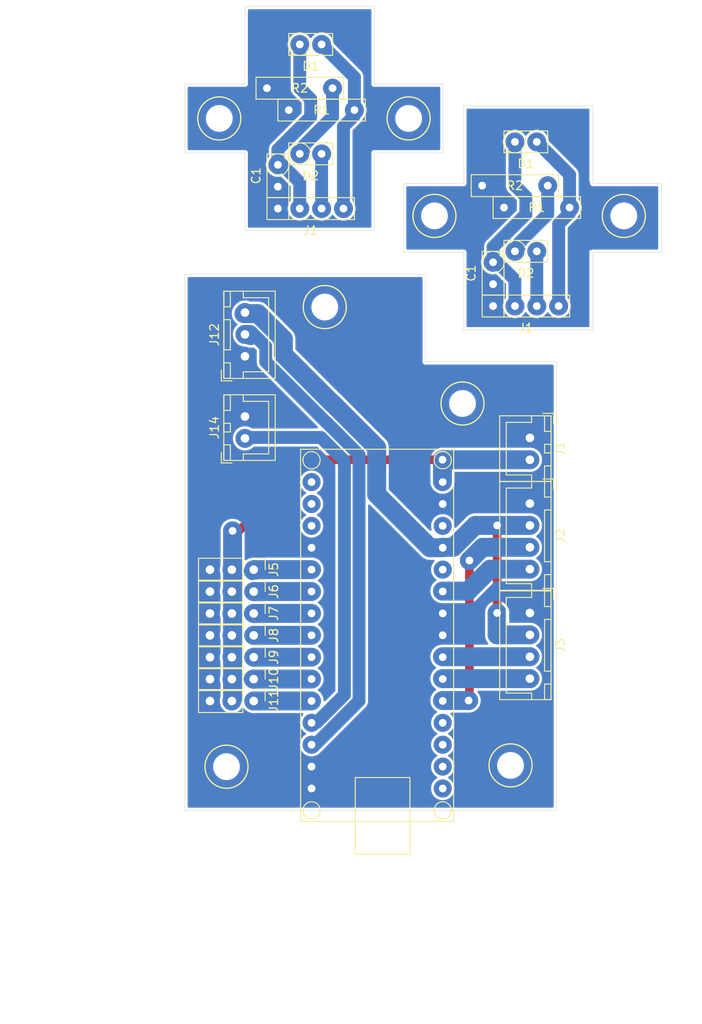
<source format=kicad_pcb>
(kicad_pcb (version 20171130) (host pcbnew "(5.1.6)-1")

  (general
    (thickness 1.6)
    (drawings 46)
    (tracks 114)
    (zones 0)
    (modules 33)
    (nets 29)
  )

  (page A4)
  (layers
    (0 F.Cu signal)
    (31 B.Cu signal)
    (32 B.Adhes user)
    (33 F.Adhes user)
    (34 B.Paste user)
    (35 F.Paste user)
    (36 B.SilkS user)
    (37 F.SilkS user)
    (38 B.Mask user)
    (39 F.Mask user)
    (40 Dwgs.User user)
    (41 Cmts.User user)
    (42 Eco1.User user)
    (43 Eco2.User user)
    (44 Edge.Cuts user)
    (45 Margin user)
    (46 B.CrtYd user)
    (47 F.CrtYd user)
    (48 B.Fab user)
    (49 F.Fab user)
  )

  (setup
    (last_trace_width 1)
    (user_trace_width 0.7)
    (user_trace_width 0.7)
    (user_trace_width 0.7)
    (user_trace_width 0.7)
    (user_trace_width 0.7)
    (user_trace_width 0.7)
    (user_trace_width 1)
    (user_trace_width 1)
    (user_trace_width 1)
    (user_trace_width 1)
    (user_trace_width 1)
    (user_trace_width 1)
    (user_trace_width 1)
    (user_trace_width 1)
    (user_trace_width 1)
    (user_trace_width 1)
    (user_trace_width 1)
    (user_trace_width 1)
    (user_trace_width 1)
    (user_trace_width 1)
    (user_trace_width 1)
    (user_trace_width 1)
    (user_trace_width 1)
    (user_trace_width 1)
    (user_trace_width 1)
    (user_trace_width 1)
    (user_trace_width 1)
    (user_trace_width 1.5)
    (user_trace_width 1.5)
    (user_trace_width 1.5)
    (user_trace_width 1.5)
    (user_trace_width 1.5)
    (user_trace_width 1.5)
    (user_trace_width 1.5)
    (user_trace_width 1.5)
    (user_trace_width 1.5)
    (user_trace_width 1.5)
    (user_trace_width 1.5)
    (user_trace_width 1.5)
    (user_trace_width 1.5)
    (user_trace_width 1.5)
    (user_trace_width 1.5)
    (user_trace_width 1.5)
    (user_trace_width 1.5)
    (user_trace_width 1.5)
    (user_trace_width 1.5)
    (user_trace_width 1.5)
    (user_trace_width 1.5)
    (user_trace_width 2)
    (user_trace_width 2)
    (user_trace_width 2)
    (user_trace_width 2)
    (user_trace_width 2)
    (user_trace_width 2)
    (user_trace_width 2)
    (user_trace_width 2)
    (user_trace_width 2)
    (user_trace_width 2)
    (user_trace_width 2)
    (user_trace_width 2)
    (user_trace_width 2)
    (user_trace_width 2)
    (user_trace_width 2)
    (user_trace_width 2.2)
    (user_trace_width 2.2)
    (user_trace_width 2.2)
    (user_trace_width 2.2)
    (user_trace_width 2.2)
    (user_trace_width 2.2)
    (user_trace_width 2.2)
    (user_trace_width 2.2)
    (user_trace_width 2.2)
    (user_trace_width 2.2)
    (user_trace_width 2.2)
    (user_trace_width 2.2)
    (user_trace_width 2.2)
    (user_trace_width 2.2)
    (user_trace_width 2.2)
    (user_trace_width 2.2)
    (user_trace_width 2.2)
    (user_trace_width 2.2)
    (user_trace_width 2.2)
    (user_trace_width 2.2)
    (user_trace_width 2.2)
    (user_trace_width 4)
    (user_trace_width 4)
    (user_trace_width 4)
    (user_trace_width 4)
    (user_trace_width 4)
    (user_trace_width 4)
    (trace_clearance 0.2)
    (zone_clearance 0.3)
    (zone_45_only no)
    (trace_min 0.2)
    (via_size 0.8)
    (via_drill 0.4)
    (via_min_size 0.4)
    (via_min_drill 0.3)
    (user_via 2.2 0.9)
    (user_via 2.2 0.9)
    (user_via 2.2 0.9)
    (user_via 2.2 0.9)
    (user_via 2.2 0.9)
    (user_via 2.2 0.9)
    (user_via 3 1)
    (user_via 3 1)
    (user_via 3 1)
    (user_via 3 1)
    (user_via 3 1)
    (user_via 3 1)
    (user_via 3 1)
    (user_via 3 1)
    (user_via 3 1)
    (user_via 3 1)
    (user_via 3 1)
    (user_via 3 1)
    (user_via 3 1)
    (user_via 3 1)
    (user_via 3 1)
    (user_via 5 2.5)
    (user_via 5 2.5)
    (user_via 5 2.5)
    (user_via 5 2.5)
    (user_via 5 2.5)
    (user_via 5 2.5)
    (user_via 6 2.5)
    (user_via 6 2.5)
    (user_via 6 2.5)
    (user_via 6 2.5)
    (user_via 6 2.5)
    (user_via 6 2.5)
    (user_via 6 2.5)
    (user_via 6 2.5)
    (user_via 6 2.5)
    (user_via 6 2.5)
    (user_via 6 2.5)
    (user_via 6 2.5)
    (user_via 6 2.5)
    (user_via 6 2.5)
    (user_via 6 2.5)
    (uvia_size 0.3)
    (uvia_drill 0.1)
    (uvias_allowed no)
    (uvia_min_size 0.2)
    (uvia_min_drill 0.1)
    (edge_width 0.05)
    (segment_width 0.2)
    (pcb_text_width 0.3)
    (pcb_text_size 1.5 1.5)
    (mod_edge_width 0.12)
    (mod_text_size 1 1)
    (mod_text_width 0.15)
    (pad_size 2.2 2.2)
    (pad_drill 0.9)
    (pad_to_mask_clearance 0.05)
    (aux_axis_origin 0 0)
    (visible_elements 7FFFFFFF)
    (pcbplotparams
      (layerselection 0x01040_fffffffe)
      (usegerberextensions false)
      (usegerberattributes true)
      (usegerberadvancedattributes true)
      (creategerberjobfile false)
      (excludeedgelayer true)
      (linewidth 0.100000)
      (plotframeref false)
      (viasonmask true)
      (mode 1)
      (useauxorigin false)
      (hpglpennumber 1)
      (hpglpenspeed 20)
      (hpglpendiameter 15.000000)
      (psnegative false)
      (psa4output false)
      (plotreference true)
      (plotvalue true)
      (plotinvisibletext false)
      (padsonsilk false)
      (subtractmaskfromsilk false)
      (outputformat 1)
      (mirror false)
      (drillshape 0)
      (scaleselection 1)
      (outputdirectory "plot/"))
  )

  (net 0 "")
  (net 1 GND)
  (net 2 L_IR)
  (net 3 L_SENS)
  (net 4 R_IR)
  (net 5 R_SENS)
  (net 6 ARM)
  (net 7 LID)
  (net 8 WHEEL_1)
  (net 9 WHEEL_2)
  (net 10 WHEEL_3)
  (net 11 WHEEL_4)
  (net 12 FLAG)
  (net 13 "Net-(U1-Pad3)")
  (net 14 "Net-(U1-Pad28)")
  (net 15 "Net-(U1-Pad29)")
  (net 16 "Net-(U1-Pad30)")
  (net 17 "Net-(U1-Pad12)")
  (net 18 VIN)
  (net 19 +5V)
  (net 20 LED)
  (net 21 SWITCH)
  (net 22 "Net-(U1-Pad13)")
  (net 23 "Net-(U1-Pad5)")
  (net 24 "Net-(U1-Pad15)")
  (net 25 "Net-(U1-Pad14)")
  (net 26 "Net-(D1-Pad2)")
  (net 27 "Net-(D2-Pad1)")
  (net 28 "Net-(D2-Pad2)")

  (net_class Default "This is the default net class."
    (clearance 0.2)
    (trace_width 0.25)
    (via_dia 0.8)
    (via_drill 0.4)
    (uvia_dia 0.3)
    (uvia_drill 0.1)
    (add_net +5V)
    (add_net ARM)
    (add_net FLAG)
    (add_net GND)
    (add_net LED)
    (add_net LID)
    (add_net L_IR)
    (add_net L_SENS)
    (add_net "Net-(D1-Pad2)")
    (add_net "Net-(D2-Pad1)")
    (add_net "Net-(D2-Pad2)")
    (add_net "Net-(U1-Pad12)")
    (add_net "Net-(U1-Pad13)")
    (add_net "Net-(U1-Pad14)")
    (add_net "Net-(U1-Pad15)")
    (add_net "Net-(U1-Pad28)")
    (add_net "Net-(U1-Pad29)")
    (add_net "Net-(U1-Pad3)")
    (add_net "Net-(U1-Pad30)")
    (add_net "Net-(U1-Pad5)")
    (add_net R_IR)
    (add_net R_SENS)
    (add_net SWITCH)
    (add_net VIN)
    (add_net WHEEL_1)
    (add_net WHEEL_2)
    (add_net WHEEL_3)
    (add_net WHEEL_4)
  )

  (module 0_my_footprints:myMountingHole_2.5mm (layer F.Cu) (tedit 644966FD) (tstamp 644DC270)
    (at 4 -80.31)
    (descr "Mounting Hole 2.5mm, no annular")
    (tags "mounting hole 2.5mm no annular")
    (attr virtual)
    (fp_text reference REF** (at 0 -3.5) (layer B.Fab)
      (effects (font (size 1 1) (thickness 0.15)))
    )
    (fp_text value myMountingHole_2.5mm (at 0 3.5) (layer B.Fab)
      (effects (font (size 1 1) (thickness 0.15)))
    )
    (fp_circle (center 0 0) (end 2.5 0) (layer F.SilkS) (width 0.15))
    (pad 1 np_thru_hole circle (at 0 0) (size 2.5 2.5) (drill 2.5) (layers *.Cu *.Mask))
  )

  (module 0_my_footprints:myMountingHole_2.5mm (layer F.Cu) (tedit 644966FD) (tstamp 644DC269)
    (at 26 -80.31)
    (descr "Mounting Hole 2.5mm, no annular")
    (tags "mounting hole 2.5mm no annular")
    (attr virtual)
    (fp_text reference REF** (at 0 -3.5) (layer B.Fab)
      (effects (font (size 1 1) (thickness 0.15)))
    )
    (fp_text value myMountingHole_2.5mm (at 0 3.5) (layer B.Fab)
      (effects (font (size 1 1) (thickness 0.15)))
    )
    (fp_circle (center 0 0) (end 2.5 0) (layer F.SilkS) (width 0.15))
    (pad 1 np_thru_hole circle (at 0 0) (size 2.5 2.5) (drill 2.5) (layers *.Cu *.Mask))
  )

  (module cnc3018-PCB:my2pin (layer F.Cu) (tedit 612D2549) (tstamp 632D7142)
    (at 10.81 -74.93 270)
    (path /6167CA95)
    (fp_text reference C1 (at 1.27 2.54 90) (layer F.SilkS)
      (effects (font (size 1 1) (thickness 0.15)))
    )
    (fp_text value 100nf (at 1.27 -2.54 90) (layer F.Fab)
      (effects (font (size 1 1) (thickness 0.15)))
    )
    (fp_line (start 3.81 -1.27) (end 1.27 -1.27) (layer F.SilkS) (width 0.12))
    (fp_line (start 3.81 1.27) (end 3.81 -1.27) (layer F.SilkS) (width 0.12))
    (fp_line (start -1.27 1.27) (end 3.81 1.27) (layer F.SilkS) (width 0.12))
    (fp_circle (center 0 0) (end 0 -1.27) (layer F.SilkS) (width 0.12))
    (fp_line (start -1.27 -1.27) (end 1.27 -1.27) (layer F.SilkS) (width 0.12))
    (fp_line (start -1.27 -1.27) (end -1.27 1.27) (layer F.SilkS) (width 0.12))
    (pad 1 thru_hole circle (at 0 0 270) (size 2.2 2.2) (drill 0.9) (layers *.Cu *.Mask)
      (net 19 +5V))
    (pad 2 thru_hole circle (at 2.54 0 270) (size 2.2 2.2) (drill 0.9) (layers *.Cu *.Mask)
      (net 1 GND))
  )

  (module cnc3018-PCB:my2pin (layer F.Cu) (tedit 612D2549) (tstamp 632D7121)
    (at 13.35 -88.9)
    (path /6161B5B7)
    (fp_text reference D1 (at 1.27 2.54) (layer F.SilkS)
      (effects (font (size 1 1) (thickness 0.15)))
    )
    (fp_text value IR_Detect (at 1.27 -2.54) (layer F.Fab)
      (effects (font (size 1 1) (thickness 0.15)))
    )
    (fp_line (start -1.27 -1.27) (end -1.27 1.27) (layer F.SilkS) (width 0.12))
    (fp_line (start -1.27 -1.27) (end 1.27 -1.27) (layer F.SilkS) (width 0.12))
    (fp_circle (center 0 0) (end 0 -1.27) (layer F.SilkS) (width 0.12))
    (fp_line (start -1.27 1.27) (end 3.81 1.27) (layer F.SilkS) (width 0.12))
    (fp_line (start 3.81 1.27) (end 3.81 -1.27) (layer F.SilkS) (width 0.12))
    (fp_line (start 3.81 -1.27) (end 1.27 -1.27) (layer F.SilkS) (width 0.12))
    (pad 2 thru_hole circle (at 2.54 0) (size 2.2 2.2) (drill 0.9) (layers *.Cu *.Mask)
      (net 26 "Net-(D1-Pad2)"))
    (pad 1 thru_hole circle (at 0 0) (size 2.2 2.2) (drill 0.9) (layers *.Cu *.Mask)
      (net 19 +5V))
  )

  (module cnc3018-PCB:my2pin (layer F.Cu) (tedit 612D2549) (tstamp 632D7163)
    (at 13.35 -76.2)
    (path /6161AFC5)
    (fp_text reference D2 (at 1.27 2.54) (layer F.SilkS)
      (effects (font (size 1 1) (thickness 0.15)))
    )
    (fp_text value "IR Emit" (at 1.27 -2.54) (layer F.Fab)
      (effects (font (size 1 1) (thickness 0.15)))
    )
    (fp_line (start 3.81 -1.27) (end 1.27 -1.27) (layer F.SilkS) (width 0.12))
    (fp_line (start 3.81 1.27) (end 3.81 -1.27) (layer F.SilkS) (width 0.12))
    (fp_line (start -1.27 1.27) (end 3.81 1.27) (layer F.SilkS) (width 0.12))
    (fp_circle (center 0 0) (end 0 -1.27) (layer F.SilkS) (width 0.12))
    (fp_line (start -1.27 -1.27) (end 1.27 -1.27) (layer F.SilkS) (width 0.12))
    (fp_line (start -1.27 -1.27) (end -1.27 1.27) (layer F.SilkS) (width 0.12))
    (pad 1 thru_hole circle (at 0 0) (size 2.2 2.2) (drill 0.9) (layers *.Cu *.Mask)
      (net 27 "Net-(D2-Pad1)"))
    (pad 2 thru_hole circle (at 2.54 0) (size 2.2 2.2) (drill 0.9) (layers *.Cu *.Mask)
      (net 28 "Net-(D2-Pad2)"))
  )

  (module cnc3018-PCB:my4pin (layer F.Cu) (tedit 644F636B) (tstamp 632D7186)
    (at 10.81 -69.85)
    (path /632B96FA)
    (fp_text reference J1 (at 3.81 2.54) (layer F.SilkS)
      (effects (font (size 1 1) (thickness 0.15)))
    )
    (fp_text value "G 5 L D" (at 3.81 -2.54) (layer F.Fab)
      (effects (font (size 1 1) (thickness 0.15)))
    )
    (fp_line (start 8.89 -1.27) (end 1.27 -1.27) (layer F.SilkS) (width 0.12))
    (fp_line (start 8.89 1.27) (end 8.89 -1.27) (layer F.SilkS) (width 0.12))
    (fp_line (start -1.27 1.27) (end 8.89 1.27) (layer F.SilkS) (width 0.12))
    (fp_line (start 1.27 -1.27) (end 1.27 1.27) (layer F.SilkS) (width 0.12))
    (fp_line (start -1.27 -1.27) (end 1.27 -1.27) (layer F.SilkS) (width 0.12))
    (fp_line (start -1.27 -1.27) (end -1.27 1.27) (layer F.SilkS) (width 0.12))
    (pad 1 thru_hole circle (at 0 0) (size 2.2 2.2) (drill 0.9) (layers *.Cu *.Mask)
      (net 1 GND))
    (pad 2 thru_hole circle (at 2.54 0) (size 2.2 2.2) (drill 0.9) (layers *.Cu *.Mask)
      (net 19 +5V))
    (pad 3 thru_hole circle (at 5.08 0) (size 2.2 2.2) (drill 0.9) (layers *.Cu *.Mask)
      (net 28 "Net-(D2-Pad2)"))
    (pad 4 thru_hole circle (at 7.62 0) (size 2.2 2.2) (drill 0.9) (layers *.Cu *.Mask)
      (net 26 "Net-(D1-Pad2)"))
  )

  (module cnc3018-PCB:myResistor (layer F.Cu) (tedit 612D2591) (tstamp 632D71A9)
    (at 12.08 -81.28)
    (path /6161C310)
    (fp_text reference R1 (at 3.81 0) (layer F.SilkS)
      (effects (font (size 1 1) (thickness 0.15)))
    )
    (fp_text value 10K (at 3.81 -2.54) (layer F.Fab)
      (effects (font (size 1 1) (thickness 0.15)))
    )
    (fp_line (start 8.89 -1.27) (end 8.89 1.27) (layer F.SilkS) (width 0.12))
    (fp_line (start 8.89 -1.27) (end -1.27 -1.27) (layer F.SilkS) (width 0.12))
    (fp_line (start -1.27 -1.27) (end -1.27 1.27) (layer F.SilkS) (width 0.12))
    (fp_line (start -1.27 1.27) (end 8.89 1.27) (layer F.SilkS) (width 0.12))
    (pad 1 thru_hole circle (at 0 0) (size 2.2 2.2) (drill 0.9) (layers *.Cu *.Mask)
      (net 1 GND))
    (pad 2 thru_hole circle (at 7.62 0) (size 2.2 2.2) (drill 0.9) (layers *.Cu *.Mask)
      (net 26 "Net-(D1-Pad2)"))
  )

  (module cnc3018-PCB:myResistor (layer F.Cu) (tedit 612D2591) (tstamp 632D71C4)
    (at 17.16 -83.82 180)
    (path /6161C011)
    (fp_text reference R2 (at 3.81 0) (layer F.SilkS)
      (effects (font (size 1 1) (thickness 0.15)))
    )
    (fp_text value 100 (at 3.81 -2.54) (layer F.Fab)
      (effects (font (size 1 1) (thickness 0.15)))
    )
    (fp_line (start -1.27 1.27) (end 8.89 1.27) (layer F.SilkS) (width 0.12))
    (fp_line (start -1.27 -1.27) (end -1.27 1.27) (layer F.SilkS) (width 0.12))
    (fp_line (start 8.89 -1.27) (end -1.27 -1.27) (layer F.SilkS) (width 0.12))
    (fp_line (start 8.89 -1.27) (end 8.89 1.27) (layer F.SilkS) (width 0.12))
    (pad 2 thru_hole circle (at 7.62 0 180) (size 2.2 2.2) (drill 0.9) (layers *.Cu *.Mask)
      (net 1 GND))
    (pad 1 thru_hole circle (at 0 0 180) (size 2.2 2.2) (drill 0.9) (layers *.Cu *.Mask)
      (net 27 "Net-(D2-Pad1)"))
  )

  (module 0_my_footprints:myMountingHole_2.5mm (layer F.Cu) (tedit 644966FD) (tstamp 644DC270)
    (at 29 -69)
    (descr "Mounting Hole 2.5mm, no annular")
    (tags "mounting hole 2.5mm no annular")
    (attr virtual)
    (fp_text reference REF** (at 0 -3.5) (layer B.Fab)
      (effects (font (size 1 1) (thickness 0.15)))
    )
    (fp_text value myMountingHole_2.5mm (at 0 3.5) (layer B.Fab)
      (effects (font (size 1 1) (thickness 0.15)))
    )
    (fp_circle (center 0 0) (end 2.5 0) (layer F.SilkS) (width 0.15))
    (pad 1 np_thru_hole circle (at 0 0) (size 2.5 2.5) (drill 2.5) (layers *.Cu *.Mask))
  )

  (module 0_my_footprints:myMountingHole_2.5mm (layer F.Cu) (tedit 644966FD) (tstamp 644DC269)
    (at 51 -69)
    (descr "Mounting Hole 2.5mm, no annular")
    (tags "mounting hole 2.5mm no annular")
    (attr virtual)
    (fp_text reference REF** (at 0 -3.5) (layer B.Fab)
      (effects (font (size 1 1) (thickness 0.15)))
    )
    (fp_text value myMountingHole_2.5mm (at 0 3.5) (layer B.Fab)
      (effects (font (size 1 1) (thickness 0.15)))
    )
    (fp_circle (center 0 0) (end 2.5 0) (layer F.SilkS) (width 0.15))
    (pad 1 np_thru_hole circle (at 0 0) (size 2.5 2.5) (drill 2.5) (layers *.Cu *.Mask))
  )

  (module cnc3018-PCB:my2pin (layer F.Cu) (tedit 612D2549) (tstamp 632D7142)
    (at 35.81 -63.62 270)
    (path /6167CA95)
    (fp_text reference C1 (at 1.27 2.54 90) (layer F.SilkS)
      (effects (font (size 1 1) (thickness 0.15)))
    )
    (fp_text value 100nf (at 1.27 -2.54 90) (layer F.Fab)
      (effects (font (size 1 1) (thickness 0.15)))
    )
    (fp_line (start 3.81 -1.27) (end 1.27 -1.27) (layer F.SilkS) (width 0.12))
    (fp_line (start 3.81 1.27) (end 3.81 -1.27) (layer F.SilkS) (width 0.12))
    (fp_line (start -1.27 1.27) (end 3.81 1.27) (layer F.SilkS) (width 0.12))
    (fp_circle (center 0 0) (end 0 -1.27) (layer F.SilkS) (width 0.12))
    (fp_line (start -1.27 -1.27) (end 1.27 -1.27) (layer F.SilkS) (width 0.12))
    (fp_line (start -1.27 -1.27) (end -1.27 1.27) (layer F.SilkS) (width 0.12))
    (pad 2 thru_hole circle (at 2.54 0 270) (size 2.2 2.2) (drill 0.9) (layers *.Cu *.Mask)
      (net 1 GND))
    (pad 1 thru_hole circle (at 0 0 270) (size 2.2 2.2) (drill 0.9) (layers *.Cu *.Mask)
      (net 19 +5V))
  )

  (module cnc3018-PCB:my2pin (layer F.Cu) (tedit 612D2549) (tstamp 632D7121)
    (at 38.35 -77.59)
    (path /6161B5B7)
    (fp_text reference D1 (at 1.27 2.54) (layer F.SilkS)
      (effects (font (size 1 1) (thickness 0.15)))
    )
    (fp_text value IR_Detect (at 1.27 -2.54) (layer F.Fab)
      (effects (font (size 1 1) (thickness 0.15)))
    )
    (fp_line (start -1.27 -1.27) (end -1.27 1.27) (layer F.SilkS) (width 0.12))
    (fp_line (start -1.27 -1.27) (end 1.27 -1.27) (layer F.SilkS) (width 0.12))
    (fp_circle (center 0 0) (end 0 -1.27) (layer F.SilkS) (width 0.12))
    (fp_line (start -1.27 1.27) (end 3.81 1.27) (layer F.SilkS) (width 0.12))
    (fp_line (start 3.81 1.27) (end 3.81 -1.27) (layer F.SilkS) (width 0.12))
    (fp_line (start 3.81 -1.27) (end 1.27 -1.27) (layer F.SilkS) (width 0.12))
    (pad 1 thru_hole circle (at 0 0) (size 2.2 2.2) (drill 0.9) (layers *.Cu *.Mask)
      (net 19 +5V))
    (pad 2 thru_hole circle (at 2.54 0) (size 2.2 2.2) (drill 0.9) (layers *.Cu *.Mask)
      (net 26 "Net-(D1-Pad2)"))
  )

  (module cnc3018-PCB:my2pin (layer F.Cu) (tedit 612D2549) (tstamp 632D7163)
    (at 38.35 -64.89)
    (path /6161AFC5)
    (fp_text reference D2 (at 1.27 2.54) (layer F.SilkS)
      (effects (font (size 1 1) (thickness 0.15)))
    )
    (fp_text value "IR Emit" (at 1.27 -2.54) (layer F.Fab)
      (effects (font (size 1 1) (thickness 0.15)))
    )
    (fp_line (start 3.81 -1.27) (end 1.27 -1.27) (layer F.SilkS) (width 0.12))
    (fp_line (start 3.81 1.27) (end 3.81 -1.27) (layer F.SilkS) (width 0.12))
    (fp_line (start -1.27 1.27) (end 3.81 1.27) (layer F.SilkS) (width 0.12))
    (fp_circle (center 0 0) (end 0 -1.27) (layer F.SilkS) (width 0.12))
    (fp_line (start -1.27 -1.27) (end 1.27 -1.27) (layer F.SilkS) (width 0.12))
    (fp_line (start -1.27 -1.27) (end -1.27 1.27) (layer F.SilkS) (width 0.12))
    (pad 2 thru_hole circle (at 2.54 0) (size 2.2 2.2) (drill 0.9) (layers *.Cu *.Mask)
      (net 28 "Net-(D2-Pad2)"))
    (pad 1 thru_hole circle (at 0 0) (size 2.2 2.2) (drill 0.9) (layers *.Cu *.Mask)
      (net 27 "Net-(D2-Pad1)"))
  )

  (module cnc3018-PCB:my4pin (layer F.Cu) (tedit 644F5F7C) (tstamp 632D7186)
    (at 35.81 -58.54)
    (path /632B96FA)
    (fp_text reference J1 (at 3.81 2.54) (layer F.SilkS)
      (effects (font (size 1 1) (thickness 0.15)))
    )
    (fp_text value "G 5 L D" (at 3.81 -2.54) (layer F.Fab)
      (effects (font (size 1 1) (thickness 0.15)))
    )
    (fp_line (start 8.89 -1.27) (end 1.27 -1.27) (layer F.SilkS) (width 0.12))
    (fp_line (start 8.89 1.27) (end 8.89 -1.27) (layer F.SilkS) (width 0.12))
    (fp_line (start -1.27 1.27) (end 8.89 1.27) (layer F.SilkS) (width 0.12))
    (fp_line (start 1.27 -1.27) (end 1.27 1.27) (layer F.SilkS) (width 0.12))
    (fp_line (start -1.27 -1.27) (end 1.27 -1.27) (layer F.SilkS) (width 0.12))
    (fp_line (start -1.27 -1.27) (end -1.27 1.27) (layer F.SilkS) (width 0.12))
    (pad 4 thru_hole circle (at 7.62 0) (size 2.2 2.2) (drill 0.9) (layers *.Cu *.Mask)
      (net 26 "Net-(D1-Pad2)"))
    (pad 3 thru_hole circle (at 5.08 0) (size 2.2 2.2) (drill 0.9) (layers *.Cu *.Mask)
      (net 28 "Net-(D2-Pad2)"))
    (pad 2 thru_hole circle (at 2.54 0) (size 2.2 2.2) (drill 0.9) (layers *.Cu *.Mask)
      (net 19 +5V))
    (pad 1 thru_hole circle (at 0 0) (size 2.2 2.2) (drill 0.9) (layers *.Cu *.Mask)
      (net 1 GND))
  )

  (module cnc3018-PCB:myResistor (layer F.Cu) (tedit 612D2591) (tstamp 632D71A9)
    (at 37.08 -69.97)
    (path /6161C310)
    (fp_text reference R1 (at 3.81 0) (layer F.SilkS)
      (effects (font (size 1 1) (thickness 0.15)))
    )
    (fp_text value 10K (at 3.81 -2.54) (layer F.Fab)
      (effects (font (size 1 1) (thickness 0.15)))
    )
    (fp_line (start 8.89 -1.27) (end 8.89 1.27) (layer F.SilkS) (width 0.12))
    (fp_line (start 8.89 -1.27) (end -1.27 -1.27) (layer F.SilkS) (width 0.12))
    (fp_line (start -1.27 -1.27) (end -1.27 1.27) (layer F.SilkS) (width 0.12))
    (fp_line (start -1.27 1.27) (end 8.89 1.27) (layer F.SilkS) (width 0.12))
    (pad 2 thru_hole circle (at 7.62 0) (size 2.2 2.2) (drill 0.9) (layers *.Cu *.Mask)
      (net 26 "Net-(D1-Pad2)"))
    (pad 1 thru_hole circle (at 0 0) (size 2.2 2.2) (drill 0.9) (layers *.Cu *.Mask)
      (net 1 GND))
  )

  (module cnc3018-PCB:myResistor (layer F.Cu) (tedit 612D2591) (tstamp 632D71C4)
    (at 42.16 -72.51 180)
    (path /6161C011)
    (fp_text reference R2 (at 3.81 0) (layer F.SilkS)
      (effects (font (size 1 1) (thickness 0.15)))
    )
    (fp_text value 100 (at 3.81 -2.54) (layer F.Fab)
      (effects (font (size 1 1) (thickness 0.15)))
    )
    (fp_line (start -1.27 1.27) (end 8.89 1.27) (layer F.SilkS) (width 0.12))
    (fp_line (start -1.27 -1.27) (end -1.27 1.27) (layer F.SilkS) (width 0.12))
    (fp_line (start 8.89 -1.27) (end -1.27 -1.27) (layer F.SilkS) (width 0.12))
    (fp_line (start 8.89 -1.27) (end 8.89 1.27) (layer F.SilkS) (width 0.12))
    (pad 1 thru_hole circle (at 0 0 180) (size 2.2 2.2) (drill 0.9) (layers *.Cu *.Mask)
      (net 27 "Net-(D2-Pad1)"))
    (pad 2 thru_hole circle (at 7.62 0 180) (size 2.2 2.2) (drill 0.9) (layers *.Cu *.Mask)
      (net 1 GND))
  )

  (module 0_my_footprints:myMountingHole_2.5mm (layer F.Cu) (tedit 644966FD) (tstamp 63C253D8)
    (at 4.84 -5.08 270)
    (descr "Mounting Hole 2.5mm, no annular")
    (tags "mounting hole 2.5mm no annular")
    (attr virtual)
    (fp_text reference REF** (at 0 -3.5 90) (layer B.Fab)
      (effects (font (size 1 1) (thickness 0.15)))
    )
    (fp_text value myMountingHole_2.5mm (at 0 3.5 90) (layer B.Fab)
      (effects (font (size 1 1) (thickness 0.15)))
    )
    (fp_circle (center 0 0) (end 2.5 0) (layer F.SilkS) (width 0.15))
    (fp_text user %R (at -5.08 0 90) (layer B.Fab)
      (effects (font (size 1 1) (thickness 0.15)))
    )
    (pad 1 np_thru_hole circle (at 0 0 270) (size 2.5 2.5) (drill 2.5) (layers *.Cu *.Mask))
  )

  (module 0_my_footprints:myMountingHole_2.5mm (layer F.Cu) (tedit 644966FD) (tstamp 63C253D8)
    (at 37.84 -5.23 270)
    (descr "Mounting Hole 2.5mm, no annular")
    (tags "mounting hole 2.5mm no annular")
    (attr virtual)
    (fp_text reference REF** (at 0 -3.5 90) (layer B.Fab)
      (effects (font (size 1 1) (thickness 0.15)))
    )
    (fp_text value myMountingHole_2.5mm (at 0 3.5 90) (layer B.Fab)
      (effects (font (size 1 1) (thickness 0.15)))
    )
    (fp_circle (center 0 0) (end 2.5 0) (layer F.SilkS) (width 0.15))
    (fp_text user %R (at -5.08 0 90) (layer B.Fab)
      (effects (font (size 1 1) (thickness 0.15)))
    )
    (pad 1 np_thru_hole circle (at 0 0 270) (size 2.5 2.5) (drill 2.5) (layers *.Cu *.Mask))
  )

  (module 0_my_footprints:myMountingHole_2.5mm (layer F.Cu) (tedit 644966FD) (tstamp 63C253D8)
    (at 32.258 -47.23 270)
    (descr "Mounting Hole 2.5mm, no annular")
    (tags "mounting hole 2.5mm no annular")
    (attr virtual)
    (fp_text reference REF** (at 0 -3.5 90) (layer B.Fab)
      (effects (font (size 1 1) (thickness 0.15)))
    )
    (fp_text value myMountingHole_2.5mm (at 0 3.5 90) (layer B.Fab)
      (effects (font (size 1 1) (thickness 0.15)))
    )
    (fp_circle (center 0 0) (end 2.5 0) (layer F.SilkS) (width 0.15))
    (fp_text user %R (at -5.08 0 90) (layer B.Fab)
      (effects (font (size 1 1) (thickness 0.15)))
    )
    (pad 1 np_thru_hole circle (at 0 0 270) (size 2.5 2.5) (drill 2.5) (layers *.Cu *.Mask))
  )

  (module 0_my_footprints:myMountingHole_2.5mm (layer F.Cu) (tedit 644966FD) (tstamp 63C253D8)
    (at 16.256 -58.42 270)
    (descr "Mounting Hole 2.5mm, no annular")
    (tags "mounting hole 2.5mm no annular")
    (attr virtual)
    (fp_text reference REF** (at 0 -3.5 90) (layer B.Fab)
      (effects (font (size 1 1) (thickness 0.15)))
    )
    (fp_text value myMountingHole_2.5mm (at 0 3.5 90) (layer B.Fab)
      (effects (font (size 1 1) (thickness 0.15)))
    )
    (fp_circle (center 0 0) (end 2.5 0) (layer F.SilkS) (width 0.15))
    (fp_text user %R (at -5.08 0 90) (layer B.Fab)
      (effects (font (size 1 1) (thickness 0.15)))
    )
    (pad 1 np_thru_hole circle (at 0 0 270) (size 2.5 2.5) (drill 2.5) (layers *.Cu *.Mask))
  )

  (module 0_my_footprints:myPinHeader_1x03 (layer F.Cu) (tedit 59FED5CC) (tstamp 63C31243)
    (at 8.001 -12.7 270)
    (descr "Through hole straight pin header, 1x03, 2.54mm pitch, single row")
    (tags "Through hole pin header THT 1x03 2.54mm single row")
    (path /632DE268)
    (fp_text reference J11 (at 0 -2.33 90) (layer F.SilkS)
      (effects (font (size 1 1) (thickness 0.15)))
    )
    (fp_text value FLAG (at -0.085 9.145) (layer F.Fab)
      (effects (font (size 1 1) (thickness 0.15)))
    )
    (fp_line (start -0.635 -1.27) (end 1.27 -1.27) (layer F.Fab) (width 0.1))
    (fp_line (start 1.27 -1.27) (end 1.27 6.35) (layer F.Fab) (width 0.1))
    (fp_line (start 1.27 6.35) (end -1.27 6.35) (layer F.Fab) (width 0.1))
    (fp_line (start -1.27 6.35) (end -1.27 -0.635) (layer F.Fab) (width 0.1))
    (fp_line (start -1.27 -0.635) (end -0.635 -1.27) (layer F.Fab) (width 0.1))
    (fp_line (start -1.33 6.41) (end 1.33 6.41) (layer F.SilkS) (width 0.12))
    (fp_line (start -1.33 1.27) (end -1.33 6.41) (layer F.SilkS) (width 0.12))
    (fp_line (start 1.33 1.27) (end 1.33 6.41) (layer F.SilkS) (width 0.12))
    (fp_line (start -1.33 1.27) (end 1.33 1.27) (layer F.SilkS) (width 0.12))
    (fp_line (start -1.33 0) (end -1.33 -1.33) (layer F.SilkS) (width 0.12))
    (fp_line (start -1.33 -1.33) (end 0 -1.33) (layer F.SilkS) (width 0.12))
    (fp_line (start -1.8 -1.8) (end -1.8 6.85) (layer F.CrtYd) (width 0.05))
    (fp_line (start -1.8 6.85) (end 1.8 6.85) (layer F.CrtYd) (width 0.05))
    (fp_line (start 1.8 6.85) (end 1.8 -1.8) (layer F.CrtYd) (width 0.05))
    (fp_line (start 1.8 -1.8) (end -1.8 -1.8) (layer F.CrtYd) (width 0.05))
    (fp_text user %R (at 0 2.54) (layer F.Fab)
      (effects (font (size 1 1) (thickness 0.15)))
    )
    (pad 3 thru_hole circle (at 0 5.08 270) (size 2.2 2.2) (drill 1) (layers *.Cu *.Mask)
      (net 1 GND))
    (pad 2 thru_hole circle (at 0 2.54 270) (size 2.2 2.2) (drill 1) (layers *.Cu *.Mask)
      (net 18 VIN))
    (pad 1 thru_hole circle (at 0 0 270) (size 2.2 2.2) (drill 1) (layers *.Cu *.Mask)
      (net 12 FLAG))
    (model ${KISYS3DMOD}/Connector_PinHeader_2.54mm.3dshapes/PinHeader_1x03_P2.54mm_Vertical.wrl
      (at (xyz 0 0 0))
      (scale (xyz 1 1 1))
      (rotate (xyz 0 0 0))
    )
  )

  (module 0_my_footprints:myPinHeader_1x03 (layer F.Cu) (tedit 59FED5CC) (tstamp 63C3122D)
    (at 8.001 -15.24 270)
    (descr "Through hole straight pin header, 1x03, 2.54mm pitch, single row")
    (tags "Through hole pin header THT 1x03 2.54mm single row")
    (path /632DDF40)
    (fp_text reference J10 (at 0 -2.33 90) (layer F.SilkS)
      (effects (font (size 1 1) (thickness 0.15)))
    )
    (fp_text value WHEEL_4 (at 0 10.795) (layer F.Fab)
      (effects (font (size 1 1) (thickness 0.15)))
    )
    (fp_line (start -0.635 -1.27) (end 1.27 -1.27) (layer F.Fab) (width 0.1))
    (fp_line (start 1.27 -1.27) (end 1.27 6.35) (layer F.Fab) (width 0.1))
    (fp_line (start 1.27 6.35) (end -1.27 6.35) (layer F.Fab) (width 0.1))
    (fp_line (start -1.27 6.35) (end -1.27 -0.635) (layer F.Fab) (width 0.1))
    (fp_line (start -1.27 -0.635) (end -0.635 -1.27) (layer F.Fab) (width 0.1))
    (fp_line (start -1.33 6.41) (end 1.33 6.41) (layer F.SilkS) (width 0.12))
    (fp_line (start -1.33 1.27) (end -1.33 6.41) (layer F.SilkS) (width 0.12))
    (fp_line (start 1.33 1.27) (end 1.33 6.41) (layer F.SilkS) (width 0.12))
    (fp_line (start -1.33 1.27) (end 1.33 1.27) (layer F.SilkS) (width 0.12))
    (fp_line (start -1.33 0) (end -1.33 -1.33) (layer F.SilkS) (width 0.12))
    (fp_line (start -1.33 -1.33) (end 0 -1.33) (layer F.SilkS) (width 0.12))
    (fp_line (start -1.8 -1.8) (end -1.8 6.85) (layer F.CrtYd) (width 0.05))
    (fp_line (start -1.8 6.85) (end 1.8 6.85) (layer F.CrtYd) (width 0.05))
    (fp_line (start 1.8 6.85) (end 1.8 -1.8) (layer F.CrtYd) (width 0.05))
    (fp_line (start 1.8 -1.8) (end -1.8 -1.8) (layer F.CrtYd) (width 0.05))
    (fp_text user %R (at 0 2.54) (layer F.Fab)
      (effects (font (size 1 1) (thickness 0.15)))
    )
    (pad 3 thru_hole circle (at 0 5.08 270) (size 2.2 2.2) (drill 1) (layers *.Cu *.Mask)
      (net 1 GND))
    (pad 2 thru_hole circle (at 0 2.54 270) (size 2.2 2.2) (drill 1) (layers *.Cu *.Mask)
      (net 18 VIN))
    (pad 1 thru_hole circle (at 0 0 270) (size 2.2 2.2) (drill 1) (layers *.Cu *.Mask)
      (net 11 WHEEL_4))
    (model ${KISYS3DMOD}/Connector_PinHeader_2.54mm.3dshapes/PinHeader_1x03_P2.54mm_Vertical.wrl
      (at (xyz 0 0 0))
      (scale (xyz 1 1 1))
      (rotate (xyz 0 0 0))
    )
  )

  (module 0_my_footprints:myPinHeader_1x03 (layer F.Cu) (tedit 59FED5CC) (tstamp 63C31217)
    (at 8.001 -17.78 270)
    (descr "Through hole straight pin header, 1x03, 2.54mm pitch, single row")
    (tags "Through hole pin header THT 1x03 2.54mm single row")
    (path /632DD10C)
    (fp_text reference J9 (at 0 -2.33 90) (layer F.SilkS)
      (effects (font (size 1 1) (thickness 0.15)))
    )
    (fp_text value WHEEL_3 (at 0 10.795) (layer F.Fab)
      (effects (font (size 1 1) (thickness 0.15)))
    )
    (fp_line (start -0.635 -1.27) (end 1.27 -1.27) (layer F.Fab) (width 0.1))
    (fp_line (start 1.27 -1.27) (end 1.27 6.35) (layer F.Fab) (width 0.1))
    (fp_line (start 1.27 6.35) (end -1.27 6.35) (layer F.Fab) (width 0.1))
    (fp_line (start -1.27 6.35) (end -1.27 -0.635) (layer F.Fab) (width 0.1))
    (fp_line (start -1.27 -0.635) (end -0.635 -1.27) (layer F.Fab) (width 0.1))
    (fp_line (start -1.33 6.41) (end 1.33 6.41) (layer F.SilkS) (width 0.12))
    (fp_line (start -1.33 1.27) (end -1.33 6.41) (layer F.SilkS) (width 0.12))
    (fp_line (start 1.33 1.27) (end 1.33 6.41) (layer F.SilkS) (width 0.12))
    (fp_line (start -1.33 1.27) (end 1.33 1.27) (layer F.SilkS) (width 0.12))
    (fp_line (start -1.33 0) (end -1.33 -1.33) (layer F.SilkS) (width 0.12))
    (fp_line (start -1.33 -1.33) (end 0 -1.33) (layer F.SilkS) (width 0.12))
    (fp_line (start -1.8 -1.8) (end -1.8 6.85) (layer F.CrtYd) (width 0.05))
    (fp_line (start -1.8 6.85) (end 1.8 6.85) (layer F.CrtYd) (width 0.05))
    (fp_line (start 1.8 6.85) (end 1.8 -1.8) (layer F.CrtYd) (width 0.05))
    (fp_line (start 1.8 -1.8) (end -1.8 -1.8) (layer F.CrtYd) (width 0.05))
    (fp_text user %R (at 0 2.54) (layer F.Fab)
      (effects (font (size 1 1) (thickness 0.15)))
    )
    (pad 3 thru_hole circle (at 0 5.08 270) (size 2.2 2.2) (drill 1) (layers *.Cu *.Mask)
      (net 1 GND))
    (pad 2 thru_hole circle (at 0 2.54 270) (size 2.2 2.2) (drill 1) (layers *.Cu *.Mask)
      (net 18 VIN))
    (pad 1 thru_hole circle (at 0 0 270) (size 2.2 2.2) (drill 1) (layers *.Cu *.Mask)
      (net 10 WHEEL_3))
    (model ${KISYS3DMOD}/Connector_PinHeader_2.54mm.3dshapes/PinHeader_1x03_P2.54mm_Vertical.wrl
      (at (xyz 0 0 0))
      (scale (xyz 1 1 1))
      (rotate (xyz 0 0 0))
    )
  )

  (module 0_my_footprints:myPinHeader_1x03 (layer F.Cu) (tedit 59FED5CC) (tstamp 63C31201)
    (at 8.001 -20.32 270)
    (descr "Through hole straight pin header, 1x03, 2.54mm pitch, single row")
    (tags "Through hole pin header THT 1x03 2.54mm single row")
    (path /632DCC73)
    (fp_text reference J8 (at 0 -2.33 90) (layer F.SilkS)
      (effects (font (size 1 1) (thickness 0.15)))
    )
    (fp_text value WHEEL_2 (at 0 10.795) (layer F.Fab)
      (effects (font (size 1 1) (thickness 0.15)))
    )
    (fp_line (start -0.635 -1.27) (end 1.27 -1.27) (layer F.Fab) (width 0.1))
    (fp_line (start 1.27 -1.27) (end 1.27 6.35) (layer F.Fab) (width 0.1))
    (fp_line (start 1.27 6.35) (end -1.27 6.35) (layer F.Fab) (width 0.1))
    (fp_line (start -1.27 6.35) (end -1.27 -0.635) (layer F.Fab) (width 0.1))
    (fp_line (start -1.27 -0.635) (end -0.635 -1.27) (layer F.Fab) (width 0.1))
    (fp_line (start -1.33 6.41) (end 1.33 6.41) (layer F.SilkS) (width 0.12))
    (fp_line (start -1.33 1.27) (end -1.33 6.41) (layer F.SilkS) (width 0.12))
    (fp_line (start 1.33 1.27) (end 1.33 6.41) (layer F.SilkS) (width 0.12))
    (fp_line (start -1.33 1.27) (end 1.33 1.27) (layer F.SilkS) (width 0.12))
    (fp_line (start -1.33 0) (end -1.33 -1.33) (layer F.SilkS) (width 0.12))
    (fp_line (start -1.33 -1.33) (end 0 -1.33) (layer F.SilkS) (width 0.12))
    (fp_line (start -1.8 -1.8) (end -1.8 6.85) (layer F.CrtYd) (width 0.05))
    (fp_line (start -1.8 6.85) (end 1.8 6.85) (layer F.CrtYd) (width 0.05))
    (fp_line (start 1.8 6.85) (end 1.8 -1.8) (layer F.CrtYd) (width 0.05))
    (fp_line (start 1.8 -1.8) (end -1.8 -1.8) (layer F.CrtYd) (width 0.05))
    (fp_text user %R (at 0 2.54) (layer F.Fab)
      (effects (font (size 1 1) (thickness 0.15)))
    )
    (pad 3 thru_hole circle (at 0 5.08 270) (size 2.2 2.2) (drill 1) (layers *.Cu *.Mask)
      (net 1 GND))
    (pad 2 thru_hole circle (at 0 2.54 270) (size 2.2 2.2) (drill 1) (layers *.Cu *.Mask)
      (net 18 VIN))
    (pad 1 thru_hole circle (at 0 0 270) (size 2.2 2.2) (drill 1) (layers *.Cu *.Mask)
      (net 9 WHEEL_2))
    (model ${KISYS3DMOD}/Connector_PinHeader_2.54mm.3dshapes/PinHeader_1x03_P2.54mm_Vertical.wrl
      (at (xyz 0 0 0))
      (scale (xyz 1 1 1))
      (rotate (xyz 0 0 0))
    )
  )

  (module 0_my_footprints:myPinHeader_1x03 (layer F.Cu) (tedit 59FED5CC) (tstamp 63C311EB)
    (at 8.001 -22.86 270)
    (descr "Through hole straight pin header, 1x03, 2.54mm pitch, single row")
    (tags "Through hole pin header THT 1x03 2.54mm single row")
    (path /632D750C)
    (fp_text reference J7 (at 0 -2.33 90) (layer F.SilkS)
      (effects (font (size 1 1) (thickness 0.15)))
    )
    (fp_text value WHEEL_1 (at 0 10.795) (layer F.Fab)
      (effects (font (size 1 1) (thickness 0.15)))
    )
    (fp_line (start -0.635 -1.27) (end 1.27 -1.27) (layer F.Fab) (width 0.1))
    (fp_line (start 1.27 -1.27) (end 1.27 6.35) (layer F.Fab) (width 0.1))
    (fp_line (start 1.27 6.35) (end -1.27 6.35) (layer F.Fab) (width 0.1))
    (fp_line (start -1.27 6.35) (end -1.27 -0.635) (layer F.Fab) (width 0.1))
    (fp_line (start -1.27 -0.635) (end -0.635 -1.27) (layer F.Fab) (width 0.1))
    (fp_line (start -1.33 6.41) (end 1.33 6.41) (layer F.SilkS) (width 0.12))
    (fp_line (start -1.33 1.27) (end -1.33 6.41) (layer F.SilkS) (width 0.12))
    (fp_line (start 1.33 1.27) (end 1.33 6.41) (layer F.SilkS) (width 0.12))
    (fp_line (start -1.33 1.27) (end 1.33 1.27) (layer F.SilkS) (width 0.12))
    (fp_line (start -1.33 0) (end -1.33 -1.33) (layer F.SilkS) (width 0.12))
    (fp_line (start -1.33 -1.33) (end 0 -1.33) (layer F.SilkS) (width 0.12))
    (fp_line (start -1.8 -1.8) (end -1.8 6.85) (layer F.CrtYd) (width 0.05))
    (fp_line (start -1.8 6.85) (end 1.8 6.85) (layer F.CrtYd) (width 0.05))
    (fp_line (start 1.8 6.85) (end 1.8 -1.8) (layer F.CrtYd) (width 0.05))
    (fp_line (start 1.8 -1.8) (end -1.8 -1.8) (layer F.CrtYd) (width 0.05))
    (fp_text user %R (at 0 2.54) (layer F.Fab)
      (effects (font (size 1 1) (thickness 0.15)))
    )
    (pad 3 thru_hole circle (at 0 5.08 270) (size 2.2 2.2) (drill 1) (layers *.Cu *.Mask)
      (net 1 GND))
    (pad 2 thru_hole circle (at 0 2.54 270) (size 2.2 2.2) (drill 1) (layers *.Cu *.Mask)
      (net 18 VIN))
    (pad 1 thru_hole circle (at 0 0 270) (size 2.2 2.2) (drill 1) (layers *.Cu *.Mask)
      (net 8 WHEEL_1))
    (model ${KISYS3DMOD}/Connector_PinHeader_2.54mm.3dshapes/PinHeader_1x03_P2.54mm_Vertical.wrl
      (at (xyz 0 0 0))
      (scale (xyz 1 1 1))
      (rotate (xyz 0 0 0))
    )
  )

  (module 0_my_footprints:myPinHeader_1x03 (layer F.Cu) (tedit 59FED5CC) (tstamp 63C311D5)
    (at 8.001 -25.4 270)
    (descr "Through hole straight pin header, 1x03, 2.54mm pitch, single row")
    (tags "Through hole pin header THT 1x03 2.54mm single row")
    (path /632D7059)
    (fp_text reference J6 (at 0 -2.33 90) (layer F.SilkS)
      (effects (font (size 1 1) (thickness 0.15)))
    )
    (fp_text value LID (at 0.115 8.645) (layer F.Fab)
      (effects (font (size 1 1) (thickness 0.15)))
    )
    (fp_line (start -0.635 -1.27) (end 1.27 -1.27) (layer F.Fab) (width 0.1))
    (fp_line (start 1.27 -1.27) (end 1.27 6.35) (layer F.Fab) (width 0.1))
    (fp_line (start 1.27 6.35) (end -1.27 6.35) (layer F.Fab) (width 0.1))
    (fp_line (start -1.27 6.35) (end -1.27 -0.635) (layer F.Fab) (width 0.1))
    (fp_line (start -1.27 -0.635) (end -0.635 -1.27) (layer F.Fab) (width 0.1))
    (fp_line (start -1.33 6.41) (end 1.33 6.41) (layer F.SilkS) (width 0.12))
    (fp_line (start -1.33 1.27) (end -1.33 6.41) (layer F.SilkS) (width 0.12))
    (fp_line (start 1.33 1.27) (end 1.33 6.41) (layer F.SilkS) (width 0.12))
    (fp_line (start -1.33 1.27) (end 1.33 1.27) (layer F.SilkS) (width 0.12))
    (fp_line (start -1.33 0) (end -1.33 -1.33) (layer F.SilkS) (width 0.12))
    (fp_line (start -1.33 -1.33) (end 0 -1.33) (layer F.SilkS) (width 0.12))
    (fp_line (start -1.8 -1.8) (end -1.8 6.85) (layer F.CrtYd) (width 0.05))
    (fp_line (start -1.8 6.85) (end 1.8 6.85) (layer F.CrtYd) (width 0.05))
    (fp_line (start 1.8 6.85) (end 1.8 -1.8) (layer F.CrtYd) (width 0.05))
    (fp_line (start 1.8 -1.8) (end -1.8 -1.8) (layer F.CrtYd) (width 0.05))
    (fp_text user %R (at 0 2.54) (layer F.Fab)
      (effects (font (size 1 1) (thickness 0.15)))
    )
    (pad 3 thru_hole circle (at 0 5.08 270) (size 2.2 2.2) (drill 1) (layers *.Cu *.Mask)
      (net 1 GND))
    (pad 2 thru_hole circle (at 0 2.54 270) (size 2.2 2.2) (drill 1) (layers *.Cu *.Mask)
      (net 18 VIN))
    (pad 1 thru_hole circle (at 0 0 270) (size 2.2 2.2) (drill 1) (layers *.Cu *.Mask)
      (net 7 LID))
    (model ${KISYS3DMOD}/Connector_PinHeader_2.54mm.3dshapes/PinHeader_1x03_P2.54mm_Vertical.wrl
      (at (xyz 0 0 0))
      (scale (xyz 1 1 1))
      (rotate (xyz 0 0 0))
    )
  )

  (module 0_my_footprints:myPinHeader_1x03 (layer F.Cu) (tedit 59FED5CC) (tstamp 63C311BF)
    (at 8.001 -27.94 270)
    (descr "Through hole straight pin header, 1x03, 2.54mm pitch, single row")
    (tags "Through hole pin header THT 1x03 2.54mm single row")
    (path /632CB83D)
    (fp_text reference J5 (at 0 -2.33 90) (layer F.SilkS)
      (effects (font (size 1 1) (thickness 0.15)))
    )
    (fp_text value ARM (at -0.045 8.645) (layer F.Fab)
      (effects (font (size 1 1) (thickness 0.15)))
    )
    (fp_line (start -0.635 -1.27) (end 1.27 -1.27) (layer F.Fab) (width 0.1))
    (fp_line (start 1.27 -1.27) (end 1.27 6.35) (layer F.Fab) (width 0.1))
    (fp_line (start 1.27 6.35) (end -1.27 6.35) (layer F.Fab) (width 0.1))
    (fp_line (start -1.27 6.35) (end -1.27 -0.635) (layer F.Fab) (width 0.1))
    (fp_line (start -1.27 -0.635) (end -0.635 -1.27) (layer F.Fab) (width 0.1))
    (fp_line (start -1.33 6.41) (end 1.33 6.41) (layer F.SilkS) (width 0.12))
    (fp_line (start -1.33 1.27) (end -1.33 6.41) (layer F.SilkS) (width 0.12))
    (fp_line (start 1.33 1.27) (end 1.33 6.41) (layer F.SilkS) (width 0.12))
    (fp_line (start -1.33 1.27) (end 1.33 1.27) (layer F.SilkS) (width 0.12))
    (fp_line (start -1.33 0) (end -1.33 -1.33) (layer F.SilkS) (width 0.12))
    (fp_line (start -1.33 -1.33) (end 0 -1.33) (layer F.SilkS) (width 0.12))
    (fp_line (start -1.8 -1.8) (end -1.8 6.85) (layer F.CrtYd) (width 0.05))
    (fp_line (start -1.8 6.85) (end 1.8 6.85) (layer F.CrtYd) (width 0.05))
    (fp_line (start 1.8 6.85) (end 1.8 -1.8) (layer F.CrtYd) (width 0.05))
    (fp_line (start 1.8 -1.8) (end -1.8 -1.8) (layer F.CrtYd) (width 0.05))
    (fp_text user %R (at 0 2.54) (layer F.Fab)
      (effects (font (size 1 1) (thickness 0.15)))
    )
    (pad 3 thru_hole circle (at 0 5.08 270) (size 2.2 2.2) (drill 1) (layers *.Cu *.Mask)
      (net 1 GND))
    (pad 2 thru_hole circle (at 0 2.54 270) (size 2.2 2.2) (drill 1) (layers *.Cu *.Mask)
      (net 18 VIN))
    (pad 1 thru_hole circle (at 0 0 270) (size 2.2 2.2) (drill 1) (layers *.Cu *.Mask)
      (net 6 ARM))
    (model ${KISYS3DMOD}/Connector_PinHeader_2.54mm.3dshapes/PinHeader_1x03_P2.54mm_Vertical.wrl
      (at (xyz 0 0 0))
      (scale (xyz 1 1 1))
      (rotate (xyz 0 0 0))
    )
  )

  (module 0_my_footprints:myJSTx02 (layer F.Cu) (tedit 63C199EB) (tstamp 63C1EC1A)
    (at 40.09 -43.24 270)
    (descr "JST XH series connector, B2B-XH-A (http://www.jst-mfg.com/product/pdf/eng/eXH.pdf), generated with kicad-footprint-generator")
    (tags "connector JST XH vertical")
    (path /632C97C1)
    (fp_text reference J1 (at 1.25 -3.55 90) (layer F.SilkS)
      (effects (font (size 1 1) (thickness 0.15)))
    )
    (fp_text value VIN (at 1.25 4.6 90) (layer F.Fab)
      (effects (font (size 1 1) (thickness 0.15)))
    )
    (fp_line (start -2.45 -2.35) (end -2.45 3.4) (layer F.Fab) (width 0.1))
    (fp_line (start -2.45 3.4) (end 4.95 3.4) (layer F.Fab) (width 0.1))
    (fp_line (start 4.95 3.4) (end 4.95 -2.35) (layer F.Fab) (width 0.1))
    (fp_line (start 4.95 -2.35) (end -2.45 -2.35) (layer F.Fab) (width 0.1))
    (fp_line (start -2.56 -2.46) (end -2.56 3.51) (layer F.SilkS) (width 0.12))
    (fp_line (start -2.56 3.51) (end 5.06 3.51) (layer F.SilkS) (width 0.12))
    (fp_line (start 5.06 3.51) (end 5.06 -2.46) (layer F.SilkS) (width 0.12))
    (fp_line (start 5.06 -2.46) (end -2.56 -2.46) (layer F.SilkS) (width 0.12))
    (fp_line (start -2.95 -2.85) (end -2.95 3.9) (layer F.CrtYd) (width 0.05))
    (fp_line (start -2.95 3.9) (end 5.45 3.9) (layer F.CrtYd) (width 0.05))
    (fp_line (start 5.45 3.9) (end 5.45 -2.85) (layer F.CrtYd) (width 0.05))
    (fp_line (start 5.45 -2.85) (end -2.95 -2.85) (layer F.CrtYd) (width 0.05))
    (fp_line (start -0.625 -2.35) (end 0 -1.35) (layer F.Fab) (width 0.1))
    (fp_line (start 0 -1.35) (end 0.625 -2.35) (layer F.Fab) (width 0.1))
    (fp_line (start 0.75 -2.45) (end 0.75 -1.7) (layer F.SilkS) (width 0.12))
    (fp_line (start 0.75 -1.7) (end 1.75 -1.7) (layer F.SilkS) (width 0.12))
    (fp_line (start 1.75 -1.7) (end 1.75 -2.45) (layer F.SilkS) (width 0.12))
    (fp_line (start 1.75 -2.45) (end 0.75 -2.45) (layer F.SilkS) (width 0.12))
    (fp_line (start -2.55 -2.45) (end -2.55 -1.7) (layer F.SilkS) (width 0.12))
    (fp_line (start -2.55 -1.7) (end -0.75 -1.7) (layer F.SilkS) (width 0.12))
    (fp_line (start -0.75 -1.7) (end -0.75 -2.45) (layer F.SilkS) (width 0.12))
    (fp_line (start -0.75 -2.45) (end -2.55 -2.45) (layer F.SilkS) (width 0.12))
    (fp_line (start 3.25 -2.45) (end 3.25 -1.7) (layer F.SilkS) (width 0.12))
    (fp_line (start 3.25 -1.7) (end 5.05 -1.7) (layer F.SilkS) (width 0.12))
    (fp_line (start 5.05 -1.7) (end 5.05 -2.45) (layer F.SilkS) (width 0.12))
    (fp_line (start 5.05 -2.45) (end 3.25 -2.45) (layer F.SilkS) (width 0.12))
    (fp_line (start -2.55 -0.2) (end -1.8 -0.2) (layer F.SilkS) (width 0.12))
    (fp_line (start -1.8 -0.2) (end -1.8 2.75) (layer F.SilkS) (width 0.12))
    (fp_line (start -1.8 2.75) (end 1.25 2.75) (layer F.SilkS) (width 0.12))
    (fp_line (start 5.05 -0.2) (end 4.3 -0.2) (layer F.SilkS) (width 0.12))
    (fp_line (start 4.3 -0.2) (end 4.3 2.75) (layer F.SilkS) (width 0.12))
    (fp_line (start 4.3 2.75) (end 1.25 2.75) (layer F.SilkS) (width 0.12))
    (fp_line (start -1.6 -2.75) (end -2.85 -2.75) (layer F.SilkS) (width 0.12))
    (fp_line (start -2.85 -2.75) (end -2.85 -1.5) (layer F.SilkS) (width 0.12))
    (fp_text user %R (at 1.25 2.7 90) (layer F.Fab)
      (effects (font (size 1 1) (thickness 0.15)))
    )
    (pad 1 thru_hole circle (at 0 0 270) (size 2.2 2.2) (drill 1) (layers *.Cu *.Mask)
      (net 1 GND))
    (pad 2 thru_hole circle (at 2.54 0 270) (size 2.2 2.2) (drill 1) (layers *.Cu *.Mask)
      (net 18 VIN))
    (model ${KISYS3DMOD}/Connector_JST.3dshapes/JST_XH_B2B-XH-A_1x02_P2.50mm_Vertical.wrl
      (at (xyz 0 0 0))
      (scale (xyz 1 1 1))
      (rotate (xyz 0 0 0))
    )
  )

  (module 0_my_footprints:myJSTx04 (layer F.Cu) (tedit 63C19D86) (tstamp 63C1EC42)
    (at 40.09 -35.62 270)
    (descr "JST XH series connector, B4B-XH-A (http://www.jst-mfg.com/product/pdf/eng/eXH.pdf), generated with kicad-footprint-generator")
    (tags "connector JST XH vertical")
    (path /632F7A69)
    (fp_text reference J2 (at 3.75 -3.55 90) (layer F.SilkS)
      (effects (font (size 1 1) (thickness 0.15)))
    )
    (fp_text value LEFT (at 3.75 4.6 90) (layer F.Fab)
      (effects (font (size 1 1) (thickness 0.15)))
    )
    (fp_line (start -2.45 -2.35) (end -2.45 3.4) (layer F.Fab) (width 0.1))
    (fp_line (start -2.45 3.4) (end 9.95 3.4) (layer F.Fab) (width 0.1))
    (fp_line (start 9.95 3.4) (end 9.95 -2.35) (layer F.Fab) (width 0.1))
    (fp_line (start 9.95 -2.35) (end -2.45 -2.35) (layer F.Fab) (width 0.1))
    (fp_line (start -2.56 -2.46) (end -2.56 3.51) (layer F.SilkS) (width 0.12))
    (fp_line (start -2.56 3.51) (end 10.06 3.51) (layer F.SilkS) (width 0.12))
    (fp_line (start 10.06 3.51) (end 10.06 -2.46) (layer F.SilkS) (width 0.12))
    (fp_line (start 10.06 -2.46) (end -2.56 -2.46) (layer F.SilkS) (width 0.12))
    (fp_line (start -2.95 -2.85) (end -2.95 3.9) (layer F.CrtYd) (width 0.05))
    (fp_line (start -2.95 3.9) (end 10.45 3.9) (layer F.CrtYd) (width 0.05))
    (fp_line (start 10.45 3.9) (end 10.45 -2.85) (layer F.CrtYd) (width 0.05))
    (fp_line (start 10.45 -2.85) (end -2.95 -2.85) (layer F.CrtYd) (width 0.05))
    (fp_line (start -0.625 -2.35) (end 0 -1.35) (layer F.Fab) (width 0.1))
    (fp_line (start 0 -1.35) (end 0.625 -2.35) (layer F.Fab) (width 0.1))
    (fp_line (start 0.75 -2.45) (end 0.75 -1.7) (layer F.SilkS) (width 0.12))
    (fp_line (start 0.75 -1.7) (end 6.75 -1.7) (layer F.SilkS) (width 0.12))
    (fp_line (start 6.75 -1.7) (end 6.75 -2.45) (layer F.SilkS) (width 0.12))
    (fp_line (start 6.75 -2.45) (end 0.75 -2.45) (layer F.SilkS) (width 0.12))
    (fp_line (start -2.55 -2.45) (end -2.55 -1.7) (layer F.SilkS) (width 0.12))
    (fp_line (start -2.55 -1.7) (end -0.75 -1.7) (layer F.SilkS) (width 0.12))
    (fp_line (start -0.75 -1.7) (end -0.75 -2.45) (layer F.SilkS) (width 0.12))
    (fp_line (start -0.75 -2.45) (end -2.55 -2.45) (layer F.SilkS) (width 0.12))
    (fp_line (start 8.25 -2.45) (end 8.25 -1.7) (layer F.SilkS) (width 0.12))
    (fp_line (start 8.25 -1.7) (end 10.05 -1.7) (layer F.SilkS) (width 0.12))
    (fp_line (start 10.05 -1.7) (end 10.05 -2.45) (layer F.SilkS) (width 0.12))
    (fp_line (start 10.05 -2.45) (end 8.25 -2.45) (layer F.SilkS) (width 0.12))
    (fp_line (start -2.55 -0.2) (end -1.8 -0.2) (layer F.SilkS) (width 0.12))
    (fp_line (start -1.8 -0.2) (end -1.8 2.75) (layer F.SilkS) (width 0.12))
    (fp_line (start -1.8 2.75) (end 3.75 2.75) (layer F.SilkS) (width 0.12))
    (fp_line (start 10.05 -0.2) (end 9.3 -0.2) (layer F.SilkS) (width 0.12))
    (fp_line (start 9.3 -0.2) (end 9.3 2.75) (layer F.SilkS) (width 0.12))
    (fp_line (start 9.3 2.75) (end 3.75 2.75) (layer F.SilkS) (width 0.12))
    (fp_line (start -1.6 -2.75) (end -2.85 -2.75) (layer F.SilkS) (width 0.12))
    (fp_line (start -2.85 -2.75) (end -2.85 -1.5) (layer F.SilkS) (width 0.12))
    (fp_text user %R (at 3.75 2.7 90) (layer F.Fab)
      (effects (font (size 1 1) (thickness 0.15)))
    )
    (pad 1 thru_hole circle (at 0 0 270) (size 2.2 2.2) (drill 1) (layers *.Cu *.Mask)
      (net 1 GND))
    (pad 2 thru_hole circle (at 2.54 0 270) (size 2.2 2.2) (drill 1) (layers *.Cu *.Mask)
      (net 19 +5V))
    (pad 3 thru_hole circle (at 5.08 0 270) (size 2.2 2.2) (drill 1) (layers *.Cu *.Mask)
      (net 2 L_IR))
    (pad 4 thru_hole circle (at 7.62 0 270) (size 2.2 2.2) (drill 1) (layers *.Cu *.Mask)
      (net 3 L_SENS))
    (model ${KISYS3DMOD}/Connector_JST.3dshapes/JST_XH_B4B-XH-A_1x04_P2.50mm_Vertical.wrl
      (at (xyz 0 0 0))
      (scale (xyz 1 1 1))
      (rotate (xyz 0 0 0))
    )
  )

  (module 0_my_footprints:myJSTx04 (layer F.Cu) (tedit 63C19D86) (tstamp 63C1EC6C)
    (at 40.09 -22.92 270)
    (descr "JST XH series connector, B4B-XH-A (http://www.jst-mfg.com/product/pdf/eng/eXH.pdf), generated with kicad-footprint-generator")
    (tags "connector JST XH vertical")
    (path /632FFE72)
    (fp_text reference J3 (at 3.75 -3.55 90) (layer F.SilkS)
      (effects (font (size 1 1) (thickness 0.15)))
    )
    (fp_text value RIGHT (at 3.75 4.6 90) (layer F.Fab)
      (effects (font (size 1 1) (thickness 0.15)))
    )
    (fp_line (start -2.85 -2.75) (end -2.85 -1.5) (layer F.SilkS) (width 0.12))
    (fp_line (start -1.6 -2.75) (end -2.85 -2.75) (layer F.SilkS) (width 0.12))
    (fp_line (start 9.3 2.75) (end 3.75 2.75) (layer F.SilkS) (width 0.12))
    (fp_line (start 9.3 -0.2) (end 9.3 2.75) (layer F.SilkS) (width 0.12))
    (fp_line (start 10.05 -0.2) (end 9.3 -0.2) (layer F.SilkS) (width 0.12))
    (fp_line (start -1.8 2.75) (end 3.75 2.75) (layer F.SilkS) (width 0.12))
    (fp_line (start -1.8 -0.2) (end -1.8 2.75) (layer F.SilkS) (width 0.12))
    (fp_line (start -2.55 -0.2) (end -1.8 -0.2) (layer F.SilkS) (width 0.12))
    (fp_line (start 10.05 -2.45) (end 8.25 -2.45) (layer F.SilkS) (width 0.12))
    (fp_line (start 10.05 -1.7) (end 10.05 -2.45) (layer F.SilkS) (width 0.12))
    (fp_line (start 8.25 -1.7) (end 10.05 -1.7) (layer F.SilkS) (width 0.12))
    (fp_line (start 8.25 -2.45) (end 8.25 -1.7) (layer F.SilkS) (width 0.12))
    (fp_line (start -0.75 -2.45) (end -2.55 -2.45) (layer F.SilkS) (width 0.12))
    (fp_line (start -0.75 -1.7) (end -0.75 -2.45) (layer F.SilkS) (width 0.12))
    (fp_line (start -2.55 -1.7) (end -0.75 -1.7) (layer F.SilkS) (width 0.12))
    (fp_line (start -2.55 -2.45) (end -2.55 -1.7) (layer F.SilkS) (width 0.12))
    (fp_line (start 6.75 -2.45) (end 0.75 -2.45) (layer F.SilkS) (width 0.12))
    (fp_line (start 6.75 -1.7) (end 6.75 -2.45) (layer F.SilkS) (width 0.12))
    (fp_line (start 0.75 -1.7) (end 6.75 -1.7) (layer F.SilkS) (width 0.12))
    (fp_line (start 0.75 -2.45) (end 0.75 -1.7) (layer F.SilkS) (width 0.12))
    (fp_line (start 0 -1.35) (end 0.625 -2.35) (layer F.Fab) (width 0.1))
    (fp_line (start -0.625 -2.35) (end 0 -1.35) (layer F.Fab) (width 0.1))
    (fp_line (start 10.45 -2.85) (end -2.95 -2.85) (layer F.CrtYd) (width 0.05))
    (fp_line (start 10.45 3.9) (end 10.45 -2.85) (layer F.CrtYd) (width 0.05))
    (fp_line (start -2.95 3.9) (end 10.45 3.9) (layer F.CrtYd) (width 0.05))
    (fp_line (start -2.95 -2.85) (end -2.95 3.9) (layer F.CrtYd) (width 0.05))
    (fp_line (start 10.06 -2.46) (end -2.56 -2.46) (layer F.SilkS) (width 0.12))
    (fp_line (start 10.06 3.51) (end 10.06 -2.46) (layer F.SilkS) (width 0.12))
    (fp_line (start -2.56 3.51) (end 10.06 3.51) (layer F.SilkS) (width 0.12))
    (fp_line (start -2.56 -2.46) (end -2.56 3.51) (layer F.SilkS) (width 0.12))
    (fp_line (start 9.95 -2.35) (end -2.45 -2.35) (layer F.Fab) (width 0.1))
    (fp_line (start 9.95 3.4) (end 9.95 -2.35) (layer F.Fab) (width 0.1))
    (fp_line (start -2.45 3.4) (end 9.95 3.4) (layer F.Fab) (width 0.1))
    (fp_line (start -2.45 -2.35) (end -2.45 3.4) (layer F.Fab) (width 0.1))
    (fp_text user %R (at 3.75 2.7 90) (layer F.Fab)
      (effects (font (size 1 1) (thickness 0.15)))
    )
    (pad 4 thru_hole circle (at 7.62 0 270) (size 2.2 2.2) (drill 1) (layers *.Cu *.Mask)
      (net 5 R_SENS))
    (pad 3 thru_hole circle (at 5.08 0 270) (size 2.2 2.2) (drill 1) (layers *.Cu *.Mask)
      (net 4 R_IR))
    (pad 2 thru_hole circle (at 2.54 0 270) (size 2.2 2.2) (drill 1) (layers *.Cu *.Mask)
      (net 19 +5V))
    (pad 1 thru_hole circle (at 0 0 270) (size 2.2 2.2) (drill 1) (layers *.Cu *.Mask)
      (net 1 GND))
    (model ${KISYS3DMOD}/Connector_JST.3dshapes/JST_XH_B4B-XH-A_1x04_P2.50mm_Vertical.wrl
      (at (xyz 0 0 0))
      (scale (xyz 1 1 1))
      (rotate (xyz 0 0 0))
    )
  )

  (module 0_my_footprints:myJSTx03 (layer F.Cu) (tedit 63C19D3D) (tstamp 63C1ED30)
    (at 6.985 -52.705 90)
    (descr "JST XH series connector, B3B-XH-A (http://www.jst-mfg.com/product/pdf/eng/eXH.pdf), generated with kicad-footprint-generator")
    (tags "connector JST XH vertical")
    (path /63327EF8)
    (fp_text reference J12 (at 2.5 -3.55 90) (layer F.SilkS)
      (effects (font (size 1 1) (thickness 0.15)))
    )
    (fp_text value LED (at 2.5 4.6 90) (layer F.Fab)
      (effects (font (size 1 1) (thickness 0.15)))
    )
    (fp_line (start -2.45 -2.35) (end -2.45 3.4) (layer F.Fab) (width 0.1))
    (fp_line (start -2.45 3.4) (end 7.45 3.4) (layer F.Fab) (width 0.1))
    (fp_line (start 7.45 3.4) (end 7.45 -2.35) (layer F.Fab) (width 0.1))
    (fp_line (start 7.45 -2.35) (end -2.45 -2.35) (layer F.Fab) (width 0.1))
    (fp_line (start -2.56 -2.46) (end -2.56 3.51) (layer F.SilkS) (width 0.12))
    (fp_line (start -2.56 3.51) (end 7.56 3.51) (layer F.SilkS) (width 0.12))
    (fp_line (start 7.56 3.51) (end 7.56 -2.46) (layer F.SilkS) (width 0.12))
    (fp_line (start 7.56 -2.46) (end -2.56 -2.46) (layer F.SilkS) (width 0.12))
    (fp_line (start -2.95 -2.85) (end -2.95 3.9) (layer F.CrtYd) (width 0.05))
    (fp_line (start -2.95 3.9) (end 7.95 3.9) (layer F.CrtYd) (width 0.05))
    (fp_line (start 7.95 3.9) (end 7.95 -2.85) (layer F.CrtYd) (width 0.05))
    (fp_line (start 7.95 -2.85) (end -2.95 -2.85) (layer F.CrtYd) (width 0.05))
    (fp_line (start -0.625 -2.35) (end 0 -1.35) (layer F.Fab) (width 0.1))
    (fp_line (start 0 -1.35) (end 0.625 -2.35) (layer F.Fab) (width 0.1))
    (fp_line (start 0.75 -2.45) (end 0.75 -1.7) (layer F.SilkS) (width 0.12))
    (fp_line (start 0.75 -1.7) (end 4.25 -1.7) (layer F.SilkS) (width 0.12))
    (fp_line (start 4.25 -1.7) (end 4.25 -2.45) (layer F.SilkS) (width 0.12))
    (fp_line (start 4.25 -2.45) (end 0.75 -2.45) (layer F.SilkS) (width 0.12))
    (fp_line (start -2.55 -2.45) (end -2.55 -1.7) (layer F.SilkS) (width 0.12))
    (fp_line (start -2.55 -1.7) (end -0.75 -1.7) (layer F.SilkS) (width 0.12))
    (fp_line (start -0.75 -1.7) (end -0.75 -2.45) (layer F.SilkS) (width 0.12))
    (fp_line (start -0.75 -2.45) (end -2.55 -2.45) (layer F.SilkS) (width 0.12))
    (fp_line (start 5.75 -2.45) (end 5.75 -1.7) (layer F.SilkS) (width 0.12))
    (fp_line (start 5.75 -1.7) (end 7.55 -1.7) (layer F.SilkS) (width 0.12))
    (fp_line (start 7.55 -1.7) (end 7.55 -2.45) (layer F.SilkS) (width 0.12))
    (fp_line (start 7.55 -2.45) (end 5.75 -2.45) (layer F.SilkS) (width 0.12))
    (fp_line (start -2.55 -0.2) (end -1.8 -0.2) (layer F.SilkS) (width 0.12))
    (fp_line (start -1.8 -0.2) (end -1.8 2.75) (layer F.SilkS) (width 0.12))
    (fp_line (start -1.8 2.75) (end 2.5 2.75) (layer F.SilkS) (width 0.12))
    (fp_line (start 7.55 -0.2) (end 6.8 -0.2) (layer F.SilkS) (width 0.12))
    (fp_line (start 6.8 -0.2) (end 6.8 2.75) (layer F.SilkS) (width 0.12))
    (fp_line (start 6.8 2.75) (end 2.5 2.75) (layer F.SilkS) (width 0.12))
    (fp_line (start -1.6 -2.75) (end -2.85 -2.75) (layer F.SilkS) (width 0.12))
    (fp_line (start -2.85 -2.75) (end -2.85 -1.5) (layer F.SilkS) (width 0.12))
    (fp_text user %R (at 2.5 2.7 90) (layer F.Fab)
      (effects (font (size 1 1) (thickness 0.15)))
    )
    (pad 1 thru_hole circle (at 0 0 90) (size 2.2 2.2) (drill 1) (layers *.Cu *.Mask)
      (net 1 GND))
    (pad 2 thru_hole circle (at 2.54 0 90) (size 2.2 2.2) (drill 1) (layers *.Cu *.Mask)
      (net 20 LED))
    (pad 3 thru_hole circle (at 5.08 0 90) (size 2.2 2.2) (drill 1) (layers *.Cu *.Mask)
      (net 19 +5V))
    (model ${KISYS3DMOD}/Connector_JST.3dshapes/JST_XH_B3B-XH-A_1x03_P2.50mm_Vertical.wrl
      (at (xyz 0 0 0))
      (scale (xyz 1 1 1))
      (rotate (xyz 0 0 0))
    )
  )

  (module 0_my_footprints:myJSTx02 (layer F.Cu) (tedit 63C199EB) (tstamp 63C1ED70)
    (at 6.985 -43.18 90)
    (descr "JST XH series connector, B2B-XH-A (http://www.jst-mfg.com/product/pdf/eng/eXH.pdf), generated with kicad-footprint-generator")
    (tags "connector JST XH vertical")
    (path /63387135)
    (fp_text reference J14 (at 1.25 -3.55 90) (layer F.SilkS)
      (effects (font (size 1 1) (thickness 0.15)))
    )
    (fp_text value SWITCH (at 1.25 4.6 90) (layer F.Fab)
      (effects (font (size 1 1) (thickness 0.15)))
    )
    (fp_line (start -2.85 -2.75) (end -2.85 -1.5) (layer F.SilkS) (width 0.12))
    (fp_line (start -1.6 -2.75) (end -2.85 -2.75) (layer F.SilkS) (width 0.12))
    (fp_line (start 4.3 2.75) (end 1.25 2.75) (layer F.SilkS) (width 0.12))
    (fp_line (start 4.3 -0.2) (end 4.3 2.75) (layer F.SilkS) (width 0.12))
    (fp_line (start 5.05 -0.2) (end 4.3 -0.2) (layer F.SilkS) (width 0.12))
    (fp_line (start -1.8 2.75) (end 1.25 2.75) (layer F.SilkS) (width 0.12))
    (fp_line (start -1.8 -0.2) (end -1.8 2.75) (layer F.SilkS) (width 0.12))
    (fp_line (start -2.55 -0.2) (end -1.8 -0.2) (layer F.SilkS) (width 0.12))
    (fp_line (start 5.05 -2.45) (end 3.25 -2.45) (layer F.SilkS) (width 0.12))
    (fp_line (start 5.05 -1.7) (end 5.05 -2.45) (layer F.SilkS) (width 0.12))
    (fp_line (start 3.25 -1.7) (end 5.05 -1.7) (layer F.SilkS) (width 0.12))
    (fp_line (start 3.25 -2.45) (end 3.25 -1.7) (layer F.SilkS) (width 0.12))
    (fp_line (start -0.75 -2.45) (end -2.55 -2.45) (layer F.SilkS) (width 0.12))
    (fp_line (start -0.75 -1.7) (end -0.75 -2.45) (layer F.SilkS) (width 0.12))
    (fp_line (start -2.55 -1.7) (end -0.75 -1.7) (layer F.SilkS) (width 0.12))
    (fp_line (start -2.55 -2.45) (end -2.55 -1.7) (layer F.SilkS) (width 0.12))
    (fp_line (start 1.75 -2.45) (end 0.75 -2.45) (layer F.SilkS) (width 0.12))
    (fp_line (start 1.75 -1.7) (end 1.75 -2.45) (layer F.SilkS) (width 0.12))
    (fp_line (start 0.75 -1.7) (end 1.75 -1.7) (layer F.SilkS) (width 0.12))
    (fp_line (start 0.75 -2.45) (end 0.75 -1.7) (layer F.SilkS) (width 0.12))
    (fp_line (start 0 -1.35) (end 0.625 -2.35) (layer F.Fab) (width 0.1))
    (fp_line (start -0.625 -2.35) (end 0 -1.35) (layer F.Fab) (width 0.1))
    (fp_line (start 5.45 -2.85) (end -2.95 -2.85) (layer F.CrtYd) (width 0.05))
    (fp_line (start 5.45 3.9) (end 5.45 -2.85) (layer F.CrtYd) (width 0.05))
    (fp_line (start -2.95 3.9) (end 5.45 3.9) (layer F.CrtYd) (width 0.05))
    (fp_line (start -2.95 -2.85) (end -2.95 3.9) (layer F.CrtYd) (width 0.05))
    (fp_line (start 5.06 -2.46) (end -2.56 -2.46) (layer F.SilkS) (width 0.12))
    (fp_line (start 5.06 3.51) (end 5.06 -2.46) (layer F.SilkS) (width 0.12))
    (fp_line (start -2.56 3.51) (end 5.06 3.51) (layer F.SilkS) (width 0.12))
    (fp_line (start -2.56 -2.46) (end -2.56 3.51) (layer F.SilkS) (width 0.12))
    (fp_line (start 4.95 -2.35) (end -2.45 -2.35) (layer F.Fab) (width 0.1))
    (fp_line (start 4.95 3.4) (end 4.95 -2.35) (layer F.Fab) (width 0.1))
    (fp_line (start -2.45 3.4) (end 4.95 3.4) (layer F.Fab) (width 0.1))
    (fp_line (start -2.45 -2.35) (end -2.45 3.4) (layer F.Fab) (width 0.1))
    (fp_text user %R (at 1.25 2.7 90) (layer F.Fab)
      (effects (font (size 1 1) (thickness 0.15)))
    )
    (pad 2 thru_hole circle (at 2.54 0 90) (size 2.2 2.2) (drill 1) (layers *.Cu *.Mask)
      (net 1 GND))
    (pad 1 thru_hole circle (at 0 0 90) (size 2.2 2.2) (drill 1) (layers *.Cu *.Mask)
      (net 21 SWITCH))
    (model ${KISYS3DMOD}/Connector_JST.3dshapes/JST_XH_B2B-XH-A_1x02_P2.50mm_Vertical.wrl
      (at (xyz 0 0 0))
      (scale (xyz 1 1 1))
      (rotate (xyz 0 0 0))
    )
  )

  (module 0_my_footprints:myArduinoNano (layer F.Cu) (tedit 63C1EA99) (tstamp 63C257BF)
    (at 22.34 -20.33 270)
    (path /632B0DEA)
    (fp_text reference U1 (at -8.89 0 90) (layer F.SilkS) hide
      (effects (font (size 1 1) (thickness 0.15)))
    )
    (fp_text value ARDUINO_NANO (at 0 0 90) (layer F.Fab)
      (effects (font (size 1 1) (thickness 0.15)))
    )
    (fp_line (start -21.59 -8.89) (end 21.59 -8.89) (layer F.SilkS) (width 0.12))
    (fp_line (start 21.59 -8.89) (end 21.59 8.89) (layer F.SilkS) (width 0.12))
    (fp_line (start 21.59 8.89) (end -21.59 8.89) (layer F.SilkS) (width 0.12))
    (fp_line (start -21.59 8.89) (end -21.59 -8.89) (layer F.SilkS) (width 0.12))
    (fp_circle (center -20.32 -7.62) (end -19.32 -7.62) (layer F.SilkS) (width 0.12))
    (fp_circle (center -20.32 7.62) (end -19.32 7.62) (layer F.SilkS) (width 0.12))
    (fp_circle (center 20.32 7.62) (end 21.32 7.62) (layer F.SilkS) (width 0.12))
    (fp_circle (center 20.32 -7.62) (end 21.32 -7.62) (layer F.SilkS) (width 0.12))
    (fp_line (start 16.51 -3.81) (end 16.51 2.54) (layer F.SilkS) (width 0.12))
    (fp_line (start 16.51 2.54) (end 25.4 2.54) (layer F.SilkS) (width 0.12))
    (fp_line (start 25.4 2.54) (end 25.4 -3.81) (layer F.SilkS) (width 0.12))
    (fp_line (start 25.4 -3.81) (end 16.51 -3.81) (layer F.SilkS) (width 0.12))
    (pad 1 thru_hole circle (at -17.78 -7.62 270) (size 2.1 2.1) (drill 0.9) (layers *.Cu *.Mask)
      (net 18 VIN))
    (pad 2 thru_hole circle (at -15.24 -7.62 270) (size 2.1 2.1) (drill 0.9) (layers *.Cu *.Mask)
      (net 1 GND))
    (pad 3 thru_hole circle (at -12.7 -7.62 270) (size 2.1 2.1) (drill 0.9) (layers *.Cu *.Mask)
      (net 13 "Net-(U1-Pad3)"))
    (pad 4 thru_hole circle (at -10.16 -7.62 270) (size 2.1 2.1) (drill 0.9) (layers *.Cu *.Mask)
      (net 19 +5V))
    (pad 5 thru_hole circle (at -7.62 -7.62 270) (size 2.1 2.1) (drill 0.9) (layers *.Cu *.Mask)
      (net 23 "Net-(U1-Pad5)"))
    (pad 6 thru_hole circle (at -5.08 -7.62 270) (size 2.1 2.1) (drill 0.9) (layers *.Cu *.Mask)
      (net 3 L_SENS))
    (pad 7 thru_hole circle (at -2.54 -7.62 270) (size 2.1 2.1) (drill 0.9) (layers *.Cu *.Mask)
      (net 1 GND))
    (pad 8 thru_hole circle (at 0 -7.62 270) (size 2.1 2.1) (drill 0.9) (layers *.Cu *.Mask)
      (net 1 GND))
    (pad 9 thru_hole circle (at 2.54 -7.62 270) (size 2.1 2.1) (drill 0.9) (layers *.Cu *.Mask)
      (net 4 R_IR))
    (pad 10 thru_hole circle (at 5.08 -7.62 270) (size 2.1 2.1) (drill 0.9) (layers *.Cu *.Mask)
      (net 5 R_SENS))
    (pad 11 thru_hole circle (at 7.62 -7.62 270) (size 2.1 2.1) (drill 0.9) (layers *.Cu *.Mask)
      (net 2 L_IR))
    (pad 12 thru_hole circle (at 10.16 -7.62 270) (size 2.1 2.1) (drill 0.9) (layers *.Cu *.Mask)
      (net 17 "Net-(U1-Pad12)"))
    (pad 13 thru_hole circle (at 12.7 -7.62 270) (size 2.1 2.1) (drill 0.9) (layers *.Cu *.Mask)
      (net 22 "Net-(U1-Pad13)"))
    (pad 14 thru_hole circle (at 15.24 -7.62 270) (size 2.1 2.1) (drill 0.9) (layers *.Cu *.Mask)
      (net 25 "Net-(U1-Pad14)"))
    (pad 15 thru_hole circle (at 17.78 -7.62 270) (size 2.1 2.1) (drill 0.9) (layers *.Cu *.Mask)
      (net 24 "Net-(U1-Pad15)"))
    (pad 16 thru_hole circle (at 17.78 7.62 270) (size 2.1 2.1) (drill 0.9) (layers *.Cu *.Mask)
      (net 1 GND))
    (pad 17 thru_hole circle (at 15.24 7.62 270) (size 2.1 2.1) (drill 0.9) (layers *.Cu *.Mask)
      (net 1 GND))
    (pad 18 thru_hole circle (at 12.7 7.62 270) (size 2.1 2.1) (drill 0.9) (layers *.Cu *.Mask)
      (net 20 LED))
    (pad 19 thru_hole circle (at 10.16 7.62 270) (size 2.1 2.1) (drill 0.9) (layers *.Cu *.Mask)
      (net 21 SWITCH))
    (pad 20 thru_hole circle (at 7.62 7.62 270) (size 2.1 2.1) (drill 0.9) (layers *.Cu *.Mask)
      (net 12 FLAG))
    (pad 21 thru_hole circle (at 5.08 7.62 270) (size 2.1 2.1) (drill 0.9) (layers *.Cu *.Mask)
      (net 11 WHEEL_4))
    (pad 22 thru_hole circle (at 2.54 7.62 270) (size 2.1 2.1) (drill 0.9) (layers *.Cu *.Mask)
      (net 10 WHEEL_3))
    (pad 23 thru_hole circle (at 0 7.62 270) (size 2.1 2.1) (drill 0.9) (layers *.Cu *.Mask)
      (net 9 WHEEL_2))
    (pad 24 thru_hole circle (at -2.54 7.62 270) (size 2.1 2.1) (drill 0.9) (layers *.Cu *.Mask)
      (net 8 WHEEL_1))
    (pad 25 thru_hole circle (at -5.08 7.62 270) (size 2.1 2.1) (drill 0.9) (layers *.Cu *.Mask)
      (net 7 LID))
    (pad 26 thru_hole circle (at -7.62 7.62 270) (size 2.1 2.1) (drill 0.9) (layers *.Cu *.Mask)
      (net 6 ARM))
    (pad 27 thru_hole circle (at -10.16 7.62 270) (size 2.1 2.1) (drill 0.9) (layers *.Cu *.Mask)
      (net 1 GND))
    (pad 28 thru_hole circle (at -12.7 7.62 270) (size 2.1 2.1) (drill 0.9) (layers *.Cu *.Mask)
      (net 14 "Net-(U1-Pad28)"))
    (pad 29 thru_hole circle (at -15.24 7.62 270) (size 2.1 2.1) (drill 0.9) (layers *.Cu *.Mask)
      (net 15 "Net-(U1-Pad29)"))
    (pad 30 thru_hole circle (at -17.78 7.62 270) (size 2.1 2.1) (drill 0.9) (layers *.Cu *.Mask)
      (net 16 "Net-(U1-Pad30)"))
    (model ${MY_KICAD_LIBRARIES}/my_3d_files/pinSockets/myPinSocket_1x15.step
      (offset (xyz 17.78 7.62 0))
      (scale (xyz 1 1 1))
      (rotate (xyz 0 0 90))
    )
    (model ${MY_KICAD_LIBRARIES}/my_3d_files/pinSockets/myPinSocket_1x15.step
      (offset (xyz -17.78 -7.62 0))
      (scale (xyz 1 1 1))
      (rotate (xyz 0 0 -90))
    )
    (model "${MY_KICAD_LIBRARIES}/my_3d_files/Arduino Nano.step"
      (offset (xyz 26.65 19.55 8.4))
      (scale (xyz 1 1 1))
      (rotate (xyz 0 0 180))
    )
  )

  (gr_line (start 32.4 -64.77) (end 25.4 -64.77) (layer Edge.Cuts) (width 0.05) (tstamp 644D696D))
  (gr_line (start 32.4 -55.77) (end 32.4 -64.77) (layer Edge.Cuts) (width 0.05) (tstamp 644D696B))
  (gr_line (start 47.4 -55.77) (end 32.4 -55.77) (layer Edge.Cuts) (width 0.05) (tstamp 644D696A))
  (gr_line (start 47.4 -72.77) (end 55.4 -72.77) (layer Edge.Cuts) (width 0.05) (tstamp 644D6969))
  (gr_line (start 32.4 -81.77) (end 47.4 -81.77) (layer Edge.Cuts) (width 0.05) (tstamp 644D6968))
  (gr_line (start 47.4 -81.77) (end 47.4 -72.77) (layer Edge.Cuts) (width 0.05) (tstamp 644D6967))
  (gr_line (start 55.4 -64.77) (end 47.4 -64.77) (layer Edge.Cuts) (width 0.05) (tstamp 644D6966))
  (gr_line (start 32.4 -72.77) (end 32.4 -81.77) (layer Edge.Cuts) (width 0.05) (tstamp 644D6965))
  (gr_line (start 55.4 -72.77) (end 55.4 -64.77) (layer Edge.Cuts) (width 0.05) (tstamp 644D6963))
  (gr_line (start 47.4 -64.77) (end 47.4 -55.77) (layer Edge.Cuts) (width 0.05) (tstamp 644D6962))
  (gr_line (start 25.4 -72.77) (end 32.4 -72.77) (layer Edge.Cuts) (width 0.05) (tstamp 644D6961))
  (gr_line (start 25.4 -64.77) (end 25.4 -72.77) (layer Edge.Cuts) (width 0.05) (tstamp 644D695F))
  (gr_line (start 40.386 -4.794) (end 40.386 -0.794) (layer Eco1.User) (width 0.01))
  (gr_line (start 42.386 -2.794) (end 38.586 -2.794) (layer Eco1.User) (width 0.01))
  (gr_line (start 15.8 -89.71) (end 15.8 -88.21) (layer Dwgs.User) (width 0.15) (tstamp 6390AE7E))
  (gr_circle (center 15.8 -88.91) (end 16.4 -88.31) (layer Dwgs.User) (width 0.15) (tstamp 6390AE7D))
  (gr_line (start 15.1 -88.91) (end 16.5 -88.91) (layer Dwgs.User) (width 0.15) (tstamp 6390AE7C))
  (gr_line (start 15.9 -77.01) (end 15.9 -75.51) (layer Dwgs.User) (width 0.15) (tstamp 6390AE7E))
  (gr_circle (center 15.9 -76.21) (end 16.5 -75.61) (layer Dwgs.User) (width 0.15) (tstamp 6390AE7D))
  (gr_line (start 15.2 -76.21) (end 16.6 -76.21) (layer Dwgs.User) (width 0.15) (tstamp 6390AE7C))
  (gr_line (start 7 -84.31) (end 7 -93.31) (layer Edge.Cuts) (width 0.05) (tstamp 632D724E))
  (gr_line (start 0 -84.31) (end 7 -84.31) (layer Edge.Cuts) (width 0.05))
  (gr_line (start 0 -76.31) (end 0 -84.31) (layer Edge.Cuts) (width 0.05))
  (gr_line (start 7 -76.31) (end 0 -76.31) (layer Edge.Cuts) (width 0.05))
  (gr_line (start 7 -67.31) (end 7 -76.31) (layer Edge.Cuts) (width 0.05))
  (gr_line (start 22 -67.31) (end 7 -67.31) (layer Edge.Cuts) (width 0.05))
  (gr_line (start 22 -76.31) (end 22 -67.31) (layer Edge.Cuts) (width 0.05))
  (gr_line (start 30 -76.31) (end 22 -76.31) (layer Edge.Cuts) (width 0.05))
  (gr_line (start 30 -84.31) (end 30 -76.31) (layer Edge.Cuts) (width 0.05))
  (gr_line (start 22 -84.31) (end 30 -84.31) (layer Edge.Cuts) (width 0.05))
  (gr_line (start 22 -93.31) (end 22 -84.31) (layer Edge.Cuts) (width 0.05))
  (gr_line (start 7 -93.31) (end 22 -93.31) (layer Edge.Cuts) (width 0.05))
  (gr_line (start 40.8 -78.4) (end 40.8 -76.9) (layer Dwgs.User) (width 0.15) (tstamp 6390AE7E))
  (gr_circle (center 40.8 -77.6) (end 41.4 -77) (layer Dwgs.User) (width 0.15) (tstamp 6390AE7D))
  (gr_line (start 40.1 -77.6) (end 41.5 -77.6) (layer Dwgs.User) (width 0.15) (tstamp 6390AE7C))
  (gr_line (start 40.9 -65.7) (end 40.9 -64.2) (layer Dwgs.User) (width 0.15) (tstamp 6390AE7E))
  (gr_circle (center 40.9 -64.9) (end 41.5 -64.3) (layer Dwgs.User) (width 0.15) (tstamp 6390AE7D))
  (gr_line (start 40.2 -64.9) (end 41.6 -64.9) (layer Dwgs.User) (width 0.15) (tstamp 6390AE7C))
  (dimension 93.98 (width 0.15) (layer Dwgs.User)
    (gr_text "93.980 mm" (at -17.81 -46.99 90) (layer Dwgs.User)
      (effects (font (size 1 1) (thickness 0.15)))
    )
    (feature1 (pts (xy 0 -93.98) (xy -17.096421 -93.98)))
    (feature2 (pts (xy 0 0) (xy -17.096421 0)))
    (crossbar (pts (xy -16.51 0) (xy -16.51 -93.98)))
    (arrow1a (pts (xy -16.51 -93.98) (xy -15.923579 -92.853496)))
    (arrow1b (pts (xy -16.51 -93.98) (xy -17.096421 -92.853496)))
    (arrow2a (pts (xy -16.51 0) (xy -15.923579 -1.126504)))
    (arrow2b (pts (xy -16.51 0) (xy -17.096421 -1.126504)))
  )
  (dimension 57.15 (width 0.15) (layer Dwgs.User)
    (gr_text "57.150 mm" (at 28.575 25.43) (layer Dwgs.User)
      (effects (font (size 1 1) (thickness 0.15)))
    )
    (feature1 (pts (xy 0 0) (xy 0 24.716421)))
    (feature2 (pts (xy 57.15 0) (xy 57.15 24.716421)))
    (crossbar (pts (xy 57.15 24.13) (xy 0 24.13)))
    (arrow1a (pts (xy 0 24.13) (xy 1.126504 23.543579)))
    (arrow1b (pts (xy 0 24.13) (xy 1.126504 24.716421)))
    (arrow2a (pts (xy 57.15 24.13) (xy 56.023496 23.543579)))
    (arrow2b (pts (xy 57.15 24.13) (xy 56.023496 24.716421)))
  )
  (gr_line (start 43.18 0) (end 43.18 -52.07) (layer Edge.Cuts) (width 0.05) (tstamp 638CE02F))
  (gr_line (start 0 0) (end 43.18 0) (layer Edge.Cuts) (width 0.05))
  (gr_line (start 0 -62.23) (end 0 0) (layer Edge.Cuts) (width 0.05))
  (gr_line (start 27.94 -62.23) (end 0 -62.23) (layer Edge.Cuts) (width 0.05))
  (gr_line (start 27.94 -52.07) (end 27.94 -62.23) (layer Edge.Cuts) (width 0.05))
  (gr_line (start 43.18 -52.07) (end 27.94 -52.07) (layer Edge.Cuts) (width 0.05))

  (segment (start 34.454136 -30.40001) (end 33.062063 -29.007937) (width 2.2) (layer B.Cu) (net 2))
  (segment (start 33.062063 -29.007937) (end 33.062063 -29.007937) (width 2.2) (layer B.Cu) (net 2) (tstamp 632F19D1))
  (via (at 33.062063 -29.007937) (size 2.2) (drill 0.9) (layers F.Cu B.Cu) (net 2))
  (segment (start 29.93 -12.76) (end 32.97 -12.76) (width 2.2) (layer B.Cu) (net 2))
  (segment (start 32.97 -12.76) (end 32.97 -12.76) (width 2.2) (layer B.Cu) (net 2) (tstamp 638CD258))
  (via (at 32.97 -12.76) (size 2.2) (drill 0.9) (layers F.Cu B.Cu) (net 2))
  (segment (start 33.062063 -12.852063) (end 32.97 -12.76) (width 1) (layer F.Cu) (net 2))
  (segment (start 33.062063 -29.007937) (end 33.062063 -12.852063) (width 1) (layer F.Cu) (net 2))
  (segment (start 34.594126 -30.54) (end 34.454136 -30.40001) (width 2.2) (layer B.Cu) (net 2))
  (segment (start 40.09 -30.54) (end 34.594126 -30.54) (width 2.2) (layer B.Cu) (net 2))
  (segment (start 40.09 -28) (end 35.448252 -28) (width 2.2) (layer B.Cu) (net 3) (tstamp 632BB514))
  (segment (start 35.448252 -28) (end 32.908252 -25.46) (width 2.2) (layer B.Cu) (net 3) (tstamp 632BB522))
  (segment (start 32.908252 -25.46) (end 29.93 -25.46) (width 2.2) (layer B.Cu) (net 3) (tstamp 632BB537))
  (segment (start 40.09 -17.84) (end 29.93 -17.84) (width 2.2) (layer B.Cu) (net 4) (tstamp 632BB53A))
  (segment (start 40.09 -15.3) (end 29.93 -15.3) (width 2.2) (layer B.Cu) (net 5) (tstamp 632BB523))
  (segment (start 8.086 -28.165) (end 8.12893 -28.165) (width 1) (layer B.Cu) (net 6) (tstamp 632BB518))
  (segment (start 14.72 -27.95) (end 8.086 -27.95) (width 2.2) (layer B.Cu) (net 6))
  (segment (start 8.086 -27.95) (end 7.94601 -27.81001) (width 2.2) (layer B.Cu) (net 6))
  (segment (start 14.72 -25.41) (end 8.086 -25.41) (width 2.2) (layer B.Cu) (net 7))
  (segment (start 14.72 -22.87) (end 7.95601 -22.87) (width 2.2) (layer B.Cu) (net 8))
  (segment (start 8.086 -20.545) (end 8.210002 -20.545) (width 1) (layer B.Cu) (net 9) (tstamp 632BB53F))
  (segment (start 14.72 -20.33) (end 8.086 -20.33) (width 2.2) (layer B.Cu) (net 9))
  (segment (start 14.69 -17.84) (end 14.055 -17.84) (width 1) (layer B.Cu) (net 10) (tstamp 632BB4D7))
  (segment (start 8.12893 -18.005) (end 8.086 -18.005) (width 1) (layer B.Cu) (net 10) (tstamp 632BB517))
  (segment (start 14.72 -17.79) (end 8.086 -17.79) (width 2.2) (layer B.Cu) (net 10))
  (segment (start 14.72 -15.25) (end 7.95601 -15.25) (width 2.2) (layer B.Cu) (net 11))
  (segment (start 7.95601 -15.25) (end 7.94601 -15.24) (width 2.2) (layer B.Cu) (net 11))
  (segment (start 8.175 -13.014) (end 8.086 -12.925) (width 1) (layer B.Cu) (net 12) (tstamp 632BB52D))
  (segment (start 14.72 -12.71) (end 8.138 -12.71) (width 2.2) (layer B.Cu) (net 12))
  (segment (start 30.225998 -10.22) (end 29.93 -10.22) (width 1.5) (layer B.Cu) (net 17))
  (segment (start 5.546 -12.925) (end 5.546 -32.445) (width 2.2) (layer B.Cu) (net 18) (tstamp 632BB4CF))
  (segment (start 29.93 -40.7) (end 29.93 -40.7) (width 2.2) (layer B.Cu) (net 18) (tstamp 632BB4D0))
  (segment (start 5.546 -32.445) (end 5.546 -32.445) (width 2.2) (layer B.Cu) (net 18) (tstamp 632BB4D6))
  (segment (start 29.93 -40.7) (end 14.436 -40.7) (width 1) (layer F.Cu) (net 18) (tstamp 632BB4FF))
  (segment (start 14.436 -40.7) (end 10.626 -36.89) (width 1) (layer F.Cu) (net 18) (tstamp 632BB500))
  (segment (start 29.93 -38.16) (end 29.93 -40.7) (width 2.2) (layer B.Cu) (net 18) (tstamp 632BB526))
  (segment (start 29.93 -40.7) (end 40.09 -40.7) (width 2.2) (layer B.Cu) (net 18) (tstamp 632BB527))
  (via (at 5.546 -32.445) (size 2.2) (drill 0.9) (layers F.Cu B.Cu) (net 18) (tstamp 632BB549))
  (via (at 29.93 -40.7) (size 2.2) (drill 0.9) (layers F.Cu B.Cu) (net 18) (tstamp 632BB54D))
  (segment (start 10.626 -36.89) (end 10.626 -36.788) (width 1) (layer F.Cu) (net 18))
  (segment (start 6.283 -32.445) (end 5.546 -32.445) (width 1) (layer F.Cu) (net 18))
  (segment (start 10.626 -36.788) (end 6.283 -32.445) (width 1) (layer F.Cu) (net 18))
  (segment (start 13.35 -83.82) (end 13.35 -88.9) (width 1.5) (layer B.Cu) (net 19) (tstamp 632D71E9))
  (segment (start 14.62 -80.504002) (end 14.62 -82.55) (width 1.5) (layer B.Cu) (net 19) (tstamp 632D71E6))
  (segment (start 10.81 -75.424002) (end 10.81 -76.694002) (width 1.5) (layer B.Cu) (net 19) (tstamp 632D71E0))
  (segment (start 14.62 -82.55) (end 13.35 -83.82) (width 1.5) (layer B.Cu) (net 19) (tstamp 632D7210))
  (segment (start 10.81 -76.694002) (end 14.62 -80.504002) (width 1.5) (layer B.Cu) (net 19) (tstamp 632D720A))
  (segment (start 13.35 -72.884002) (end 11.304002 -74.93) (width 1.5) (layer B.Cu) (net 19) (tstamp 632D7207))
  (segment (start 11.304002 -74.93) (end 10.81 -74.93) (width 1.5) (layer B.Cu) (net 19) (tstamp 632D720D))
  (segment (start 13.35 -69.85) (end 13.35 -72.884002) (width 1.5) (layer B.Cu) (net 19) (tstamp 632D7213))
  (segment (start 38.35 -72.51) (end 38.35 -77.59) (width 1.5) (layer B.Cu) (net 19) (tstamp 632D71E9))
  (segment (start 39.62 -69.194002) (end 39.62 -71.24) (width 1.5) (layer B.Cu) (net 19) (tstamp 632D71E6))
  (segment (start 35.81 -64.114002) (end 35.81 -65.384002) (width 1.5) (layer B.Cu) (net 19) (tstamp 632D71E0))
  (segment (start 39.62 -71.24) (end 38.35 -72.51) (width 1.5) (layer B.Cu) (net 19) (tstamp 632D7210))
  (segment (start 35.81 -65.384002) (end 39.62 -69.194002) (width 1.5) (layer B.Cu) (net 19) (tstamp 632D720A))
  (segment (start 38.35 -61.574002) (end 36.304002 -63.62) (width 1.5) (layer B.Cu) (net 19) (tstamp 632D7207))
  (segment (start 36.304002 -63.62) (end 35.81 -63.62) (width 1.5) (layer B.Cu) (net 19) (tstamp 632D720D))
  (segment (start 38.35 -58.54) (end 38.35 -61.574002) (width 1.5) (layer B.Cu) (net 19) (tstamp 632D7213))
  (segment (start 36.28 -20.38) (end 36.28 -22.92) (width 2.2) (layer B.Cu) (net 19) (tstamp 632BB4D2))
  (segment (start 36.28 -33.08) (end 36.28 -22.92) (width 1) (layer F.Cu) (net 19) (tstamp 632BB4D8))
  (segment (start 40.09 -20.38) (end 36.28 -20.38) (width 2.2) (layer B.Cu) (net 19) (tstamp 632BB4F1))
  (segment (start 37.55 -33.08) (end 33.74 -33.08) (width 2.2) (layer B.Cu) (net 19) (tstamp 632BB524))
  (segment (start 40.09 -33.08) (end 37.55 -33.08) (width 2.2) (layer B.Cu) (net 19) (tstamp 632BB52C))
  (segment (start 33.74 -33.08) (end 31.2 -30.54) (width 2.2) (layer B.Cu) (net 19) (tstamp 632BB52E))
  (segment (start 31.2 -30.54) (end 29.93 -30.54) (width 2.2) (layer B.Cu) (net 19) (tstamp 632BB534))
  (via (at 36.28 -33.08) (size 2.2) (drill 0.9) (layers F.Cu B.Cu) (net 19) (tstamp 632BB54C))
  (via (at 36.28 -22.92) (size 2.2) (drill 0.9) (layers F.Cu B.Cu) (net 19) (tstamp 632BB54E))
  (segment (start 22.28997 -36.675106) (end 22.28997 -42.112828) (width 2.2) (layer B.Cu) (net 19))
  (segment (start 29.96 -30.49) (end 28.475076 -30.49) (width 2.2) (layer B.Cu) (net 19))
  (segment (start 28.475076 -30.49) (end 22.28997 -36.675106) (width 2.2) (layer B.Cu) (net 19))
  (segment (start 17.158798 -47.244) (end 17.12315 -47.244) (width 2.2) (layer B.Cu) (net 19))
  (segment (start 22.28997 -42.112828) (end 17.158798 -47.244) (width 2.2) (layer B.Cu) (net 19))
  (segment (start 11.44801 -54.697141) (end 8.487151 -57.658) (width 2.2) (layer B.Cu) (net 19))
  (segment (start 17.12315 -47.244) (end 11.44801 -52.91914) (width 2.2) (layer B.Cu) (net 19))
  (segment (start 11.44801 -52.91914) (end 11.44801 -54.697141) (width 2.2) (layer B.Cu) (net 19))
  (segment (start 8.487151 -57.658) (end 6.858 -57.658) (width 2.2) (layer B.Cu) (net 19))
  (segment (start 20.23996 -12.72196) (end 15.198 -7.68) (width 1.5) (layer B.Cu) (net 20))
  (segment (start 15.198 -7.68) (end 14.69 -7.68) (width 1.5) (layer B.Cu) (net 20))
  (segment (start 20.23996 -41.263688) (end 20.23996 -12.72196) (width 1.5) (layer B.Cu) (net 20))
  (segment (start 16.520168 -44.98348) (end 20.23996 -41.263688) (width 1.5) (layer B.Cu) (net 20))
  (segment (start 16.520168 -44.98348) (end 16.48452 -44.98348) (width 1.5) (layer B.Cu) (net 20))
  (segment (start 16.48452 -44.98348) (end 9.398 -52.07) (width 1.5) (layer B.Cu) (net 20))
  (segment (start 9.398 -52.07) (end 9.398 -53.848) (width 1.5) (layer B.Cu) (net 20))
  (segment (start 9.398 -53.848) (end 8.128 -55.118) (width 1.5) (layer B.Cu) (net 20))
  (segment (start 8.128 -55.118) (end 6.858 -55.118) (width 1.5) (layer B.Cu) (net 20))
  (segment (start 7.506025 -55.245) (end 7.646024 -55.105001) (width 2.2) (layer B.Cu) (net 20))
  (segment (start 6.985 -55.245) (end 7.506025 -55.245) (width 2.2) (layer B.Cu) (net 20))
  (segment (start 15.110002 -10.22) (end 14.69 -10.22) (width 1.5) (layer B.Cu) (net 21) (tstamp 632BB531))
  (segment (start 18.53995 -13.426126) (end 18.53995 -40.559522) (width 1.5) (layer B.Cu) (net 21))
  (segment (start 14.69 -10.22) (end 15.333824 -10.22) (width 1.5) (layer B.Cu) (net 21))
  (segment (start 15.333824 -10.22) (end 18.53995 -13.426126) (width 1.5) (layer B.Cu) (net 21))
  (segment (start 18.53995 -40.559522) (end 15.816002 -43.28347) (width 1.5) (layer B.Cu) (net 21))
  (segment (start 15.816002 -43.28347) (end 7.72347 -43.28347) (width 1.5) (layer B.Cu) (net 21))
  (segment (start 7.72347 -43.28347) (end 7.62 -43.18) (width 1.5) (layer B.Cu) (net 21))
  (segment (start 19.7 -80.639825) (end 19.7 -81.28) (width 1.5) (layer B.Cu) (net 26) (tstamp 632D71F8))
  (segment (start 18.43 -79.369825) (end 19.7 -80.639825) (width 1.5) (layer B.Cu) (net 26) (tstamp 632D7204))
  (segment (start 18.43 -69.85) (end 18.43 -79.369825) (width 1.5) (layer B.Cu) (net 26) (tstamp 632D71EF))
  (segment (start 19.7 -85.09) (end 15.89 -88.9) (width 1.5) (layer B.Cu) (net 26) (tstamp 632D7201))
  (segment (start 19.7 -81.28) (end 19.7 -85.09) (width 1.5) (layer B.Cu) (net 26) (tstamp 632D71FE))
  (segment (start 44.7 -69.329825) (end 44.7 -69.97) (width 1.5) (layer B.Cu) (net 26) (tstamp 632D71F8))
  (segment (start 43.43 -68.059825) (end 44.7 -69.329825) (width 1.5) (layer B.Cu) (net 26) (tstamp 632D7204))
  (segment (start 43.43 -58.54) (end 43.43 -68.059825) (width 1.5) (layer B.Cu) (net 26) (tstamp 632D71EF))
  (segment (start 44.7 -73.78) (end 40.89 -77.59) (width 1.5) (layer B.Cu) (net 26) (tstamp 632D7201))
  (segment (start 44.7 -69.97) (end 44.7 -73.78) (width 1.5) (layer B.Cu) (net 26) (tstamp 632D71FE))
  (segment (start 13.839999 -77.184001) (end 17.16 -80.504002) (width 1.5) (layer B.Cu) (net 27) (tstamp 632D71F5))
  (segment (start 13.839999 -76.689999) (end 13.839999 -77.184001) (width 1.5) (layer B.Cu) (net 27) (tstamp 632D71F2))
  (segment (start 17.16 -80.504002) (end 17.16 -83.82) (width 1.5) (layer B.Cu) (net 27) (tstamp 632D71EC))
  (segment (start 13.35 -76.2) (end 13.839999 -76.689999) (width 1.5) (layer B.Cu) (net 27) (tstamp 632D71E3))
  (segment (start 38.839999 -65.874001) (end 42.16 -69.194002) (width 1.5) (layer B.Cu) (net 27) (tstamp 632D71F5))
  (segment (start 38.839999 -65.379999) (end 38.839999 -65.874001) (width 1.5) (layer B.Cu) (net 27) (tstamp 632D71F2))
  (segment (start 42.16 -69.194002) (end 42.16 -72.51) (width 1.5) (layer B.Cu) (net 27) (tstamp 632D71EC))
  (segment (start 38.35 -64.89) (end 38.839999 -65.379999) (width 1.5) (layer B.Cu) (net 27) (tstamp 632D71E3))
  (segment (start 15.89 -69.85) (end 15.89 -76.2) (width 1.5) (layer B.Cu) (net 28) (tstamp 632D71FB))
  (segment (start 40.89 -58.54) (end 40.89 -64.89) (width 1.5) (layer B.Cu) (net 28) (tstamp 632D71FB))

  (zone (net 1) (net_name GND) (layer B.Cu) (tstamp 644F7487) (hatch edge 0.508)
    (connect_pads yes (clearance 0.3))
    (min_thickness 0.25)
    (fill yes (arc_segments 32) (thermal_gap 0.508) (thermal_bridge_width 0.508))
    (polygon
      (pts
        (xy 22 -84.31) (xy 30 -84.31) (xy 30 -76.31) (xy 22 -76.31) (xy 22 -67.31)
        (xy 7 -67.31) (xy 7 -76.31) (xy 0 -76.31) (xy 0 -84.31) (xy 7 -84.31)
        (xy 7 -93.31) (xy 22 -93.31)
      )
    )
    (filled_polygon
      (pts
        (xy 21.550001 -84.332115) (xy 21.547823 -84.31) (xy 21.556511 -84.221785) (xy 21.582243 -84.136959) (xy 21.624029 -84.058784)
        (xy 21.680263 -83.990263) (xy 21.748784 -83.934029) (xy 21.826959 -83.892243) (xy 21.911785 -83.866511) (xy 21.977895 -83.86)
        (xy 21.977896 -83.86) (xy 22 -83.857823) (xy 22.022105 -83.86) (xy 29.55 -83.86) (xy 29.550001 -76.76)
        (xy 22.022104 -76.76) (xy 22 -76.762177) (xy 21.977895 -76.76) (xy 21.911785 -76.753489) (xy 21.826959 -76.727757)
        (xy 21.748784 -76.685971) (xy 21.680263 -76.629737) (xy 21.624029 -76.561216) (xy 21.582243 -76.483041) (xy 21.556511 -76.398215)
        (xy 21.547823 -76.31) (xy 21.55 -76.287896) (xy 21.550001 -67.76) (xy 7.45 -67.76) (xy 7.45 -75.080199)
        (xy 9.285 -75.080199) (xy 9.285 -74.779801) (xy 9.343605 -74.485174) (xy 9.458562 -74.207642) (xy 9.625455 -73.957869)
        (xy 9.837869 -73.745455) (xy 10.087642 -73.578562) (xy 10.365174 -73.463605) (xy 10.659801 -73.405) (xy 10.960199 -73.405)
        (xy 11.132941 -73.439361) (xy 12.175001 -72.3973) (xy 12.175 -70.831676) (xy 12.165455 -70.822131) (xy 11.998562 -70.572358)
        (xy 11.883605 -70.294826) (xy 11.825 -70.000199) (xy 11.825 -69.699801) (xy 11.883605 -69.405174) (xy 11.998562 -69.127642)
        (xy 12.165455 -68.877869) (xy 12.377869 -68.665455) (xy 12.627642 -68.498562) (xy 12.905174 -68.383605) (xy 13.199801 -68.325)
        (xy 13.500199 -68.325) (xy 13.794826 -68.383605) (xy 14.072358 -68.498562) (xy 14.322131 -68.665455) (xy 14.534545 -68.877869)
        (xy 14.62 -69.005761) (xy 14.705455 -68.877869) (xy 14.917869 -68.665455) (xy 15.167642 -68.498562) (xy 15.445174 -68.383605)
        (xy 15.739801 -68.325) (xy 16.040199 -68.325) (xy 16.334826 -68.383605) (xy 16.612358 -68.498562) (xy 16.862131 -68.665455)
        (xy 17.074545 -68.877869) (xy 17.16 -69.005761) (xy 17.245455 -68.877869) (xy 17.457869 -68.665455) (xy 17.707642 -68.498562)
        (xy 17.985174 -68.383605) (xy 18.279801 -68.325) (xy 18.580199 -68.325) (xy 18.874826 -68.383605) (xy 19.152358 -68.498562)
        (xy 19.402131 -68.665455) (xy 19.614545 -68.877869) (xy 19.781438 -69.127642) (xy 19.896395 -69.405174) (xy 19.955 -69.699801)
        (xy 19.955 -70.000199) (xy 19.896395 -70.294826) (xy 19.781438 -70.572358) (xy 19.614545 -70.822131) (xy 19.605 -70.831676)
        (xy 19.605 -78.883125) (xy 20.49004 -79.768164) (xy 20.53487 -79.804955) (xy 20.681704 -79.983872) (xy 20.790811 -80.187996)
        (xy 20.802193 -80.225517) (xy 20.884545 -80.307869) (xy 20.9962 -80.474973) (xy 24.325 -80.474973) (xy 24.325 -80.145027)
        (xy 24.389369 -79.82142) (xy 24.515634 -79.51659) (xy 24.698942 -79.242249) (xy 24.932249 -79.008942) (xy 25.20659 -78.825634)
        (xy 25.51142 -78.699369) (xy 25.835027 -78.635) (xy 26.164973 -78.635) (xy 26.48858 -78.699369) (xy 26.79341 -78.825634)
        (xy 27.067751 -79.008942) (xy 27.301058 -79.242249) (xy 27.484366 -79.51659) (xy 27.610631 -79.82142) (xy 27.675 -80.145027)
        (xy 27.675 -80.474973) (xy 27.610631 -80.79858) (xy 27.484366 -81.10341) (xy 27.301058 -81.377751) (xy 27.067751 -81.611058)
        (xy 26.79341 -81.794366) (xy 26.48858 -81.920631) (xy 26.164973 -81.985) (xy 25.835027 -81.985) (xy 25.51142 -81.920631)
        (xy 25.20659 -81.794366) (xy 24.932249 -81.611058) (xy 24.698942 -81.377751) (xy 24.515634 -81.10341) (xy 24.389369 -80.79858)
        (xy 24.325 -80.474973) (xy 20.9962 -80.474973) (xy 21.051438 -80.557642) (xy 21.166395 -80.835174) (xy 21.225 -81.129801)
        (xy 21.225 -81.430199) (xy 21.166395 -81.724826) (xy 21.051438 -82.002358) (xy 20.884545 -82.252131) (xy 20.875 -82.261676)
        (xy 20.875 -85.032288) (xy 20.880684 -85.09) (xy 20.875 -85.147712) (xy 20.875 -85.14772) (xy 20.857998 -85.32034)
        (xy 20.790811 -85.541829) (xy 20.681704 -85.745953) (xy 20.53487 -85.92487) (xy 20.490039 -85.961662) (xy 17.415 -89.0367)
        (xy 17.415 -89.050199) (xy 17.356395 -89.344826) (xy 17.241438 -89.622358) (xy 17.074545 -89.872131) (xy 16.862131 -90.084545)
        (xy 16.612358 -90.251438) (xy 16.334826 -90.366395) (xy 16.040199 -90.425) (xy 15.739801 -90.425) (xy 15.445174 -90.366395)
        (xy 15.167642 -90.251438) (xy 14.917869 -90.084545) (xy 14.705455 -89.872131) (xy 14.62 -89.744239) (xy 14.534545 -89.872131)
        (xy 14.322131 -90.084545) (xy 14.072358 -90.251438) (xy 13.794826 -90.366395) (xy 13.500199 -90.425) (xy 13.199801 -90.425)
        (xy 12.905174 -90.366395) (xy 12.627642 -90.251438) (xy 12.377869 -90.084545) (xy 12.165455 -89.872131) (xy 11.998562 -89.622358)
        (xy 11.883605 -89.344826) (xy 11.825 -89.050199) (xy 11.825 -88.749801) (xy 11.883605 -88.455174) (xy 11.998562 -88.177642)
        (xy 12.165455 -87.927869) (xy 12.175001 -87.918323) (xy 12.175 -83.877712) (xy 12.169316 -83.82) (xy 12.175 -83.762288)
        (xy 12.175 -83.762281) (xy 12.192002 -83.589661) (xy 12.259189 -83.368172) (xy 12.368296 -83.164048) (xy 12.51513 -82.98513)
        (xy 12.559966 -82.948334) (xy 13.445001 -82.063299) (xy 13.445 -80.990703) (xy 10.019962 -77.565664) (xy 9.975131 -77.528872)
        (xy 9.938339 -77.484041) (xy 9.938336 -77.484038) (xy 9.834898 -77.357998) (xy 9.828297 -77.349955) (xy 9.719189 -77.145831)
        (xy 9.652002 -76.924342) (xy 9.635 -76.751722) (xy 9.635 -76.751714) (xy 9.629316 -76.694002) (xy 9.635 -76.63629)
        (xy 9.635 -75.911676) (xy 9.625455 -75.902131) (xy 9.458562 -75.652358) (xy 9.343605 -75.374826) (xy 9.285 -75.080199)
        (xy 7.45 -75.080199) (xy 7.45 -76.287896) (xy 7.452177 -76.31) (xy 7.443489 -76.398215) (xy 7.417757 -76.483041)
        (xy 7.375971 -76.561216) (xy 7.319737 -76.629737) (xy 7.251216 -76.685971) (xy 7.173041 -76.727757) (xy 7.088215 -76.753489)
        (xy 7.022105 -76.76) (xy 7 -76.762177) (xy 6.977896 -76.76) (xy 0.45 -76.76) (xy 0.45 -80.474973)
        (xy 2.325 -80.474973) (xy 2.325 -80.145027) (xy 2.389369 -79.82142) (xy 2.515634 -79.51659) (xy 2.698942 -79.242249)
        (xy 2.932249 -79.008942) (xy 3.20659 -78.825634) (xy 3.51142 -78.699369) (xy 3.835027 -78.635) (xy 4.164973 -78.635)
        (xy 4.48858 -78.699369) (xy 4.79341 -78.825634) (xy 5.067751 -79.008942) (xy 5.301058 -79.242249) (xy 5.484366 -79.51659)
        (xy 5.610631 -79.82142) (xy 5.675 -80.145027) (xy 5.675 -80.474973) (xy 5.610631 -80.79858) (xy 5.484366 -81.10341)
        (xy 5.301058 -81.377751) (xy 5.067751 -81.611058) (xy 4.79341 -81.794366) (xy 4.48858 -81.920631) (xy 4.164973 -81.985)
        (xy 3.835027 -81.985) (xy 3.51142 -81.920631) (xy 3.20659 -81.794366) (xy 2.932249 -81.611058) (xy 2.698942 -81.377751)
        (xy 2.515634 -81.10341) (xy 2.389369 -80.79858) (xy 2.325 -80.474973) (xy 0.45 -80.474973) (xy 0.45 -83.86)
        (xy 6.977895 -83.86) (xy 7 -83.857823) (xy 7.022104 -83.86) (xy 7.022105 -83.86) (xy 7.088215 -83.866511)
        (xy 7.173041 -83.892243) (xy 7.251216 -83.934029) (xy 7.319737 -83.990263) (xy 7.375971 -84.058784) (xy 7.417757 -84.136959)
        (xy 7.443489 -84.221785) (xy 7.452177 -84.31) (xy 7.45 -84.332105) (xy 7.45 -92.86) (xy 21.55 -92.86)
      )
    )
  )
  (zone (net 1) (net_name GND) (layer B.Cu) (tstamp 644F7484) (hatch edge 0.508)
    (connect_pads yes (clearance 0.3))
    (min_thickness 0.25)
    (fill yes (arc_segments 32) (thermal_gap 0.508) (thermal_bridge_width 0.508))
    (polygon
      (pts
        (xy 47 -73) (xy 55 -73) (xy 55 -65) (xy 47 -65) (xy 47 -56)
        (xy 32 -56) (xy 32 -65) (xy 25 -65) (xy 25 -73) (xy 32 -73)
        (xy 32 -82) (xy 47 -82)
      )
    )
    (filled_polygon
      (pts
        (xy 46.875 -73) (xy 46.877402 -72.975614) (xy 46.884515 -72.952165) (xy 46.896066 -72.930554) (xy 46.911612 -72.911612)
        (xy 46.930554 -72.896066) (xy 46.950001 -72.885672) (xy 46.950001 -72.792115) (xy 46.947823 -72.77) (xy 46.956511 -72.681785)
        (xy 46.982243 -72.596959) (xy 47.024029 -72.518784) (xy 47.080263 -72.450263) (xy 47.148784 -72.394029) (xy 47.226959 -72.352243)
        (xy 47.311785 -72.326511) (xy 47.377895 -72.32) (xy 47.377896 -72.32) (xy 47.4 -72.317823) (xy 47.422105 -72.32)
        (xy 54.875 -72.32) (xy 54.875 -65.22) (xy 47.422104 -65.22) (xy 47.4 -65.222177) (xy 47.377895 -65.22)
        (xy 47.311785 -65.213489) (xy 47.226959 -65.187757) (xy 47.148784 -65.145971) (xy 47.123231 -65.125) (xy 47 -65.125)
        (xy 46.975614 -65.122598) (xy 46.952165 -65.115485) (xy 46.930554 -65.103934) (xy 46.911612 -65.088388) (xy 46.896066 -65.069446)
        (xy 46.884515 -65.047835) (xy 46.877402 -65.024386) (xy 46.875 -65) (xy 46.875 -56.22) (xy 32.85 -56.22)
        (xy 32.85 -63.770199) (xy 34.285 -63.770199) (xy 34.285 -63.469801) (xy 34.343605 -63.175174) (xy 34.458562 -62.897642)
        (xy 34.625455 -62.647869) (xy 34.837869 -62.435455) (xy 35.087642 -62.268562) (xy 35.365174 -62.153605) (xy 35.659801 -62.095)
        (xy 35.960199 -62.095) (xy 36.132941 -62.129361) (xy 37.175001 -61.0873) (xy 37.175 -59.521676) (xy 37.165455 -59.512131)
        (xy 36.998562 -59.262358) (xy 36.883605 -58.984826) (xy 36.825 -58.690199) (xy 36.825 -58.389801) (xy 36.883605 -58.095174)
        (xy 36.998562 -57.817642) (xy 37.165455 -57.567869) (xy 37.377869 -57.355455) (xy 37.627642 -57.188562) (xy 37.905174 -57.073605)
        (xy 38.199801 -57.015) (xy 38.500199 -57.015) (xy 38.794826 -57.073605) (xy 39.072358 -57.188562) (xy 39.322131 -57.355455)
        (xy 39.534545 -57.567869) (xy 39.62 -57.695761) (xy 39.705455 -57.567869) (xy 39.917869 -57.355455) (xy 40.167642 -57.188562)
        (xy 40.445174 -57.073605) (xy 40.739801 -57.015) (xy 41.040199 -57.015) (xy 41.334826 -57.073605) (xy 41.612358 -57.188562)
        (xy 41.862131 -57.355455) (xy 42.074545 -57.567869) (xy 42.16 -57.695761) (xy 42.245455 -57.567869) (xy 42.457869 -57.355455)
        (xy 42.707642 -57.188562) (xy 42.985174 -57.073605) (xy 43.279801 -57.015) (xy 43.580199 -57.015) (xy 43.874826 -57.073605)
        (xy 44.152358 -57.188562) (xy 44.402131 -57.355455) (xy 44.614545 -57.567869) (xy 44.781438 -57.817642) (xy 44.896395 -58.095174)
        (xy 44.955 -58.389801) (xy 44.955 -58.690199) (xy 44.896395 -58.984826) (xy 44.781438 -59.262358) (xy 44.614545 -59.512131)
        (xy 44.605 -59.521676) (xy 44.605 -67.573125) (xy 45.49004 -68.458164) (xy 45.53487 -68.494955) (xy 45.681704 -68.673872)
        (xy 45.790811 -68.877996) (xy 45.802193 -68.915517) (xy 45.884545 -68.997869) (xy 45.9962 -69.164973) (xy 49.325 -69.164973)
        (xy 49.325 -68.835027) (xy 49.389369 -68.51142) (xy 49.515634 -68.20659) (xy 49.698942 -67.932249) (xy 49.932249 -67.698942)
        (xy 50.20659 -67.515634) (xy 50.51142 -67.389369) (xy 50.835027 -67.325) (xy 51.164973 -67.325) (xy 51.48858 -67.389369)
        (xy 51.79341 -67.515634) (xy 52.067751 -67.698942) (xy 52.301058 -67.932249) (xy 52.484366 -68.20659) (xy 52.610631 -68.51142)
        (xy 52.675 -68.835027) (xy 52.675 -69.164973) (xy 52.610631 -69.48858) (xy 52.484366 -69.79341) (xy 52.301058 -70.067751)
        (xy 52.067751 -70.301058) (xy 51.79341 -70.484366) (xy 51.48858 -70.610631) (xy 51.164973 -70.675) (xy 50.835027 -70.675)
        (xy 50.51142 -70.610631) (xy 50.20659 -70.484366) (xy 49.932249 -70.301058) (xy 49.698942 -70.067751) (xy 49.515634 -69.79341)
        (xy 49.389369 -69.48858) (xy 49.325 -69.164973) (xy 45.9962 -69.164973) (xy 46.051438 -69.247642) (xy 46.166395 -69.525174)
        (xy 46.225 -69.819801) (xy 46.225 -70.120199) (xy 46.166395 -70.414826) (xy 46.051438 -70.692358) (xy 45.884545 -70.942131)
        (xy 45.875 -70.951676) (xy 45.875 -73.722288) (xy 45.880684 -73.78) (xy 45.875 -73.837712) (xy 45.875 -73.83772)
        (xy 45.857998 -74.01034) (xy 45.790811 -74.231829) (xy 45.681704 -74.435953) (xy 45.53487 -74.61487) (xy 45.490039 -74.651662)
        (xy 42.415 -77.7267) (xy 42.415 -77.740199) (xy 42.356395 -78.034826) (xy 42.241438 -78.312358) (xy 42.074545 -78.562131)
        (xy 41.862131 -78.774545) (xy 41.612358 -78.941438) (xy 41.334826 -79.056395) (xy 41.040199 -79.115) (xy 40.739801 -79.115)
        (xy 40.445174 -79.056395) (xy 40.167642 -78.941438) (xy 39.917869 -78.774545) (xy 39.705455 -78.562131) (xy 39.62 -78.434239)
        (xy 39.534545 -78.562131) (xy 39.322131 -78.774545) (xy 39.072358 -78.941438) (xy 38.794826 -79.056395) (xy 38.500199 -79.115)
        (xy 38.199801 -79.115) (xy 37.905174 -79.056395) (xy 37.627642 -78.941438) (xy 37.377869 -78.774545) (xy 37.165455 -78.562131)
        (xy 36.998562 -78.312358) (xy 36.883605 -78.034826) (xy 36.825 -77.740199) (xy 36.825 -77.439801) (xy 36.883605 -77.145174)
        (xy 36.998562 -76.867642) (xy 37.165455 -76.617869) (xy 37.175001 -76.608323) (xy 37.175 -72.567712) (xy 37.169316 -72.51)
        (xy 37.175 -72.452288) (xy 37.175 -72.452281) (xy 37.192002 -72.279661) (xy 37.259189 -72.058172) (xy 37.368296 -71.854048)
        (xy 37.51513 -71.67513) (xy 37.559966 -71.638334) (xy 38.445001 -70.753299) (xy 38.445 -69.680703) (xy 35.019962 -66.255664)
        (xy 34.975131 -66.218872) (xy 34.938339 -66.174041) (xy 34.938336 -66.174038) (xy 34.834898 -66.047998) (xy 34.828297 -66.039955)
        (xy 34.719189 -65.835831) (xy 34.652002 -65.614342) (xy 34.635 -65.441722) (xy 34.635 -65.441714) (xy 34.629316 -65.384002)
        (xy 34.635 -65.32629) (xy 34.635 -64.601676) (xy 34.625455 -64.592131) (xy 34.458562 -64.342358) (xy 34.343605 -64.064826)
        (xy 34.285 -63.770199) (xy 32.85 -63.770199) (xy 32.85 -64.747896) (xy 32.852177 -64.77) (xy 32.843489 -64.858215)
        (xy 32.817757 -64.943041) (xy 32.775971 -65.021216) (xy 32.719737 -65.089737) (xy 32.651216 -65.145971) (xy 32.573041 -65.187757)
        (xy 32.488215 -65.213489) (xy 32.422105 -65.22) (xy 32.4 -65.222177) (xy 32.377896 -65.22) (xy 25.85 -65.22)
        (xy 25.85 -69.164973) (xy 27.325 -69.164973) (xy 27.325 -68.835027) (xy 27.389369 -68.51142) (xy 27.515634 -68.20659)
        (xy 27.698942 -67.932249) (xy 27.932249 -67.698942) (xy 28.20659 -67.515634) (xy 28.51142 -67.389369) (xy 28.835027 -67.325)
        (xy 29.164973 -67.325) (xy 29.48858 -67.389369) (xy 29.79341 -67.515634) (xy 30.067751 -67.698942) (xy 30.301058 -67.932249)
        (xy 30.484366 -68.20659) (xy 30.610631 -68.51142) (xy 30.675 -68.835027) (xy 30.675 -69.164973) (xy 30.610631 -69.48858)
        (xy 30.484366 -69.79341) (xy 30.301058 -70.067751) (xy 30.067751 -70.301058) (xy 29.79341 -70.484366) (xy 29.48858 -70.610631)
        (xy 29.164973 -70.675) (xy 28.835027 -70.675) (xy 28.51142 -70.610631) (xy 28.20659 -70.484366) (xy 27.932249 -70.301058)
        (xy 27.698942 -70.067751) (xy 27.515634 -69.79341) (xy 27.389369 -69.48858) (xy 27.325 -69.164973) (xy 25.85 -69.164973)
        (xy 25.85 -72.32) (xy 32.377895 -72.32) (xy 32.4 -72.317823) (xy 32.422104 -72.32) (xy 32.422105 -72.32)
        (xy 32.488215 -72.326511) (xy 32.573041 -72.352243) (xy 32.651216 -72.394029) (xy 32.719737 -72.450263) (xy 32.775971 -72.518784)
        (xy 32.817757 -72.596959) (xy 32.843489 -72.681785) (xy 32.852177 -72.77) (xy 32.85 -72.792105) (xy 32.85 -81.32)
        (xy 46.875 -81.32)
      )
    )
  )
  (zone (net 1) (net_name GND) (layer B.Cu) (tstamp 644F7481) (hatch edge 0.508)
    (connect_pads yes (clearance 0.3))
    (min_thickness 0.254)
    (fill yes (arc_segments 32) (thermal_gap 0.508) (thermal_bridge_width 0.508))
    (polygon
      (pts
        (xy 0 0) (xy 0 -62.23) (xy 27.94 -62.23) (xy 27.94 -52.07) (xy 43.18 -52.07)
        (xy 43.18 0)
      )
    )
    (filled_polygon
      (pts
        (xy 27.488 -52.092205) (xy 27.485813 -52.07) (xy 27.49454 -51.981393) (xy 27.520386 -51.89619) (xy 27.562357 -51.817667)
        (xy 27.618841 -51.748841) (xy 27.687667 -51.692357) (xy 27.76619 -51.650386) (xy 27.851393 -51.62454) (xy 27.94 -51.615813)
        (xy 27.962205 -51.618) (xy 42.728001 -51.618) (xy 42.728 -0.452) (xy 0.452 -0.452) (xy 0.452 -5.24517)
        (xy 3.163 -5.24517) (xy 3.163 -4.91483) (xy 3.227446 -4.590837) (xy 3.353862 -4.285643) (xy 3.537389 -4.010975)
        (xy 3.770975 -3.777389) (xy 4.045643 -3.593862) (xy 4.350837 -3.467446) (xy 4.67483 -3.403) (xy 5.00517 -3.403)
        (xy 5.329163 -3.467446) (xy 5.634357 -3.593862) (xy 5.909025 -3.777389) (xy 6.142611 -4.010975) (xy 6.326138 -4.285643)
        (xy 6.452554 -4.590837) (xy 6.517 -4.91483) (xy 6.517 -5.24517) (xy 6.452554 -5.569163) (xy 6.326138 -5.874357)
        (xy 6.142611 -6.149025) (xy 5.909025 -6.382611) (xy 5.634357 -6.566138) (xy 5.329163 -6.692554) (xy 5.00517 -6.757)
        (xy 4.67483 -6.757) (xy 4.350837 -6.692554) (xy 4.045643 -6.566138) (xy 3.770975 -6.382611) (xy 3.537389 -6.149025)
        (xy 3.353862 -5.874357) (xy 3.227446 -5.569163) (xy 3.163 -5.24517) (xy 0.452 -5.24517) (xy 0.452 -28.090396)
        (xy 3.934 -28.090396) (xy 3.934 -27.789604) (xy 3.992681 -27.49459) (xy 4.019001 -27.431049) (xy 4.019001 -25.908951)
        (xy 3.992681 -25.84541) (xy 3.934 -25.550396) (xy 3.934 -25.249604) (xy 3.992681 -24.95459) (xy 4.019001 -24.891049)
        (xy 4.019001 -23.368951) (xy 3.992681 -23.30541) (xy 3.934 -23.010396) (xy 3.934 -22.709604) (xy 3.992681 -22.41459)
        (xy 4.019 -22.35105) (xy 4.019 -20.82895) (xy 3.992681 -20.76541) (xy 3.934 -20.470396) (xy 3.934 -20.169604)
        (xy 3.992681 -19.87459) (xy 4.019 -19.81105) (xy 4.019 -18.28895) (xy 3.992681 -18.22541) (xy 3.934 -17.930396)
        (xy 3.934 -17.629604) (xy 3.992681 -17.33459) (xy 4.019 -17.27105) (xy 4.019 -15.74895) (xy 3.992681 -15.68541)
        (xy 3.934 -15.390396) (xy 3.934 -15.089604) (xy 3.992681 -14.79459) (xy 4.019 -14.73105) (xy 4.019 -13.208949)
        (xy 3.992681 -13.14541) (xy 3.934 -12.850396) (xy 3.934 -12.549604) (xy 3.992681 -12.25459) (xy 4.10779 -11.976694)
        (xy 4.274901 -11.726594) (xy 4.487594 -11.513901) (xy 4.737694 -11.34679) (xy 5.01559 -11.231681) (xy 5.310604 -11.173)
        (xy 5.611396 -11.173) (xy 5.90641 -11.231681) (xy 6.184306 -11.34679) (xy 6.434406 -11.513901) (xy 6.647099 -11.726594)
        (xy 6.731 -11.852161) (xy 6.814901 -11.726594) (xy 7.027594 -11.513901) (xy 7.277694 -11.34679) (xy 7.55559 -11.231681)
        (xy 7.850604 -11.173) (xy 8.151396 -11.173) (xy 8.20167 -11.183) (xy 13.644206 -11.183) (xy 13.572739 -11.111533)
        (xy 13.411099 -10.869622) (xy 13.29976 -10.600825) (xy 13.243 -10.315472) (xy 13.243 -10.024528) (xy 13.29976 -9.739175)
        (xy 13.411099 -9.470378) (xy 13.572739 -9.228467) (xy 13.778467 -9.022739) (xy 13.962159 -8.9) (xy 13.778467 -8.777261)
        (xy 13.572739 -8.571533) (xy 13.411099 -8.329622) (xy 13.29976 -8.060825) (xy 13.243 -7.775472) (xy 13.243 -7.484528)
        (xy 13.29976 -7.199175) (xy 13.411099 -6.930378) (xy 13.572739 -6.688467) (xy 13.778467 -6.482739) (xy 14.020378 -6.321099)
        (xy 14.289175 -6.20976) (xy 14.574528 -6.153) (xy 14.865472 -6.153) (xy 15.150825 -6.20976) (xy 15.419622 -6.321099)
        (xy 15.661533 -6.482739) (xy 15.867261 -6.688467) (xy 15.894134 -6.728685) (xy 16.034291 -6.843709) (xy 16.071151 -6.888623)
        (xy 21.031342 -11.848814) (xy 21.076251 -11.885669) (xy 21.223334 -12.06489) (xy 21.332627 -12.269363) (xy 21.399929 -12.491228)
        (xy 21.41696 -12.664148) (xy 21.41696 -12.664157) (xy 21.422653 -12.721959) (xy 21.41696 -12.779761) (xy 21.41696 -17.84)
        (xy 28.395612 -17.84) (xy 28.425095 -17.540656) (xy 28.51241 -17.252815) (xy 28.654203 -16.98754) (xy 28.845024 -16.755024)
        (xy 29.070476 -16.57) (xy 28.845024 -16.384976) (xy 28.654203 -16.15246) (xy 28.51241 -15.887185) (xy 28.425095 -15.599344)
        (xy 28.395612 -15.3) (xy 28.425095 -15.000656) (xy 28.51241 -14.712815) (xy 28.654203 -14.44754) (xy 28.845024 -14.215024)
        (xy 29.070476 -14.03) (xy 28.845024 -13.844976) (xy 28.654203 -13.61246) (xy 28.51241 -13.347185) (xy 28.425095 -13.059344)
        (xy 28.395612 -12.76) (xy 28.425095 -12.460656) (xy 28.51241 -12.172815) (xy 28.654203 -11.90754) (xy 28.845024 -11.675024)
        (xy 29.07754 -11.484203) (xy 29.183528 -11.427551) (xy 29.018467 -11.317261) (xy 28.812739 -11.111533) (xy 28.651099 -10.869622)
        (xy 28.53976 -10.600825) (xy 28.483 -10.315472) (xy 28.483 -10.024528) (xy 28.53976 -9.739175) (xy 28.651099 -9.470378)
        (xy 28.812739 -9.228467) (xy 29.018467 -9.022739) (xy 29.202159 -8.9) (xy 29.018467 -8.777261) (xy 28.812739 -8.571533)
        (xy 28.651099 -8.329622) (xy 28.53976 -8.060825) (xy 28.483 -7.775472) (xy 28.483 -7.484528) (xy 28.53976 -7.199175)
        (xy 28.651099 -6.930378) (xy 28.812739 -6.688467) (xy 29.018467 -6.482739) (xy 29.202159 -6.36) (xy 29.018467 -6.237261)
        (xy 28.812739 -6.031533) (xy 28.651099 -5.789622) (xy 28.53976 -5.520825) (xy 28.483 -5.235472) (xy 28.483 -4.944528)
        (xy 28.53976 -4.659175) (xy 28.651099 -4.390378) (xy 28.812739 -4.148467) (xy 29.018467 -3.942739) (xy 29.202159 -3.82)
        (xy 29.018467 -3.697261) (xy 28.812739 -3.491533) (xy 28.651099 -3.249622) (xy 28.53976 -2.980825) (xy 28.483 -2.695472)
        (xy 28.483 -2.404528) (xy 28.53976 -2.119175) (xy 28.651099 -1.850378) (xy 28.812739 -1.608467) (xy 29.018467 -1.402739)
        (xy 29.260378 -1.241099) (xy 29.529175 -1.12976) (xy 29.814528 -1.073) (xy 30.105472 -1.073) (xy 30.390825 -1.12976)
        (xy 30.659622 -1.241099) (xy 30.901533 -1.402739) (xy 31.107261 -1.608467) (xy 31.268901 -1.850378) (xy 31.38024 -2.119175)
        (xy 31.437 -2.404528) (xy 31.437 -2.695472) (xy 31.38024 -2.980825) (xy 31.268901 -3.249622) (xy 31.107261 -3.491533)
        (xy 30.901533 -3.697261) (xy 30.717841 -3.82) (xy 30.901533 -3.942739) (xy 31.107261 -4.148467) (xy 31.268901 -4.390378)
        (xy 31.38024 -4.659175) (xy 31.437 -4.944528) (xy 31.437 -5.235472) (xy 31.405235 -5.39517) (xy 36.163 -5.39517)
        (xy 36.163 -5.06483) (xy 36.227446 -4.740837) (xy 36.353862 -4.435643) (xy 36.537389 -4.160975) (xy 36.770975 -3.927389)
        (xy 37.045643 -3.743862) (xy 37.350837 -3.617446) (xy 37.67483 -3.553) (xy 38.00517 -3.553) (xy 38.329163 -3.617446)
        (xy 38.634357 -3.743862) (xy 38.909025 -3.927389) (xy 39.142611 -4.160975) (xy 39.326138 -4.435643) (xy 39.452554 -4.740837)
        (xy 39.517 -5.06483) (xy 39.517 -5.39517) (xy 39.452554 -5.719163) (xy 39.326138 -6.024357) (xy 39.142611 -6.299025)
        (xy 38.909025 -6.532611) (xy 38.634357 -6.716138) (xy 38.329163 -6.842554) (xy 38.00517 -6.907) (xy 37.67483 -6.907)
        (xy 37.350837 -6.842554) (xy 37.045643 -6.716138) (xy 36.770975 -6.532611) (xy 36.537389 -6.299025) (xy 36.353862 -6.024357)
        (xy 36.227446 -5.719163) (xy 36.163 -5.39517) (xy 31.405235 -5.39517) (xy 31.38024 -5.520825) (xy 31.268901 -5.789622)
        (xy 31.107261 -6.031533) (xy 30.901533 -6.237261) (xy 30.717841 -6.36) (xy 30.901533 -6.482739) (xy 31.107261 -6.688467)
        (xy 31.268901 -6.930378) (xy 31.38024 -7.199175) (xy 31.437 -7.484528) (xy 31.437 -7.775472) (xy 31.38024 -8.060825)
        (xy 31.268901 -8.329622) (xy 31.107261 -8.571533) (xy 30.901533 -8.777261) (xy 30.717841 -8.9) (xy 30.901533 -9.022739)
        (xy 31.107261 -9.228467) (xy 31.268901 -9.470378) (xy 31.38024 -9.739175) (xy 31.437 -10.024528) (xy 31.437 -10.315472)
        (xy 31.38024 -10.600825) (xy 31.268901 -10.869622) (xy 31.107261 -11.111533) (xy 30.985794 -11.233) (xy 33.120396 -11.233)
        (xy 33.194336 -11.247707) (xy 33.269344 -11.255095) (xy 33.341466 -11.276973) (xy 33.41541 -11.291681) (xy 33.485061 -11.320532)
        (xy 33.557185 -11.34241) (xy 33.623658 -11.377941) (xy 33.693306 -11.40679) (xy 33.755989 -11.448674) (xy 33.82246 -11.484203)
        (xy 33.880719 -11.532015) (xy 33.943406 -11.573901) (xy 33.996717 -11.627212) (xy 34.054976 -11.675024) (xy 34.102788 -11.733283)
        (xy 34.156099 -11.786594) (xy 34.197985 -11.849281) (xy 34.245797 -11.90754) (xy 34.281326 -11.974011) (xy 34.32321 -12.036694)
        (xy 34.352059 -12.106342) (xy 34.38759 -12.172815) (xy 34.409468 -12.244939) (xy 34.438319 -12.31459) (xy 34.453027 -12.388534)
        (xy 34.474905 -12.460656) (xy 34.482293 -12.535664) (xy 34.497 -12.609604) (xy 34.497 -12.684989) (xy 34.504388 -12.76)
        (xy 34.497 -12.835011) (xy 34.497 -12.910396) (xy 34.482293 -12.984336) (xy 34.474905 -13.059344) (xy 34.453027 -13.131466)
        (xy 34.438319 -13.20541) (xy 34.409468 -13.275061) (xy 34.38759 -13.347185) (xy 34.352059 -13.413658) (xy 34.32321 -13.483306)
        (xy 34.281326 -13.545989) (xy 34.245797 -13.61246) (xy 34.197985 -13.670719) (xy 34.156099 -13.733406) (xy 34.116505 -13.773)
        (xy 40.240396 -13.773) (xy 40.314336 -13.787707) (xy 40.389344 -13.795095) (xy 40.461466 -13.816973) (xy 40.53541 -13.831681)
        (xy 40.605061 -13.860532) (xy 40.677185 -13.88241) (xy 40.743658 -13.917941) (xy 40.813306 -13.94679) (xy 40.875989 -13.988674)
        (xy 40.94246 -14.024203) (xy 41.000719 -14.072015) (xy 41.063406 -14.113901) (xy 41.116717 -14.167212) (xy 41.174976 -14.215024)
        (xy 41.222788 -14.273283) (xy 41.276099 -14.326594) (xy 41.317985 -14.389281) (xy 41.365797 -14.44754) (xy 41.401326 -14.514011)
        (xy 41.44321 -14.576694) (xy 41.472059 -14.646342) (xy 41.50759 -14.712815) (xy 41.529468 -14.784939) (xy 41.558319 -14.85459)
        (xy 41.573027 -14.928534) (xy 41.594905 -15.000656) (xy 41.602293 -15.075664) (xy 41.617 -15.149604) (xy 41.617 -15.224989)
        (xy 41.624388 -15.3) (xy 41.617 -15.375011) (xy 41.617 -15.450396) (xy 41.602293 -15.524336) (xy 41.594905 -15.599344)
        (xy 41.573027 -15.671466) (xy 41.558319 -15.74541) (xy 41.529468 -15.815061) (xy 41.50759 -15.887185) (xy 41.472059 -15.953658)
        (xy 41.44321 -16.023306) (xy 41.401326 -16.085989) (xy 41.365797 -16.15246) (xy 41.317985 -16.210719) (xy 41.276099 -16.273406)
        (xy 41.222788 -16.326717) (xy 41.174976 -16.384976) (xy 41.116717 -16.432788) (xy 41.063406 -16.486099) (xy 41.000719 -16.527985)
        (xy 40.949524 -16.57) (xy 41.000719 -16.612015) (xy 41.063406 -16.653901) (xy 41.116717 -16.707212) (xy 41.174976 -16.755024)
        (xy 41.222788 -16.813283) (xy 41.276099 -16.866594) (xy 41.317985 -16.929281) (xy 41.365797 -16.98754) (xy 41.401326 -17.054011)
        (xy 41.44321 -17.116694) (xy 41.472059 -17.186342) (xy 41.50759 -17.252815) (xy 41.529468 -17.324939) (xy 41.558319 -17.39459)
        (xy 41.573027 -17.468534) (xy 41.594905 -17.540656) (xy 41.602293 -17.615664) (xy 41.617 -17.689604) (xy 41.617 -17.764989)
        (xy 41.624388 -17.84) (xy 41.617 -17.915011) (xy 41.617 -17.990396) (xy 41.602293 -18.064336) (xy 41.594905 -18.139344)
        (xy 41.573027 -18.211466) (xy 41.558319 -18.28541) (xy 41.529468 -18.355061) (xy 41.50759 -18.427185) (xy 41.472059 -18.493658)
        (xy 41.44321 -18.563306) (xy 41.401326 -18.625989) (xy 41.365797 -18.69246) (xy 41.317985 -18.750719) (xy 41.276099 -18.813406)
        (xy 41.222788 -18.866717) (xy 41.174976 -18.924976) (xy 41.116717 -18.972788) (xy 41.063406 -19.026099) (xy 41.000719 -19.067985)
        (xy 40.949524 -19.11) (xy 41.000719 -19.152015) (xy 41.063406 -19.193901) (xy 41.116717 -19.247212) (xy 41.174976 -19.295024)
        (xy 41.222788 -19.353283) (xy 41.276099 -19.406594) (xy 41.317985 -19.469281) (xy 41.365797 -19.52754) (xy 41.401326 -19.594011)
        (xy 41.44321 -19.656694) (xy 41.472059 -19.726342) (xy 41.50759 -19.792815) (xy 41.529468 -19.864939) (xy 41.558319 -19.93459)
        (xy 41.573027 -20.008534) (xy 41.594905 -20.080656) (xy 41.602293 -20.155664) (xy 41.617 -20.229604) (xy 41.617 -20.30499)
        (xy 41.624388 -20.38) (xy 41.617 -20.455011) (xy 41.617 -20.530396) (xy 41.602293 -20.604336) (xy 41.594905 -20.679344)
        (xy 41.573027 -20.751466) (xy 41.558319 -20.82541) (xy 41.529468 -20.895061) (xy 41.50759 -20.967185) (xy 41.472059 -21.033658)
        (xy 41.44321 -21.103306) (xy 41.401326 -21.165989) (xy 41.365797 -21.23246) (xy 41.317985 -21.290719) (xy 41.276099 -21.353406)
        (xy 41.222788 -21.406717) (xy 41.174976 -21.464976) (xy 41.116717 -21.512788) (xy 41.063406 -21.566099) (xy 41.000719 -21.607985)
        (xy 40.94246 -21.655797) (xy 40.875989 -21.691326) (xy 40.813306 -21.73321) (xy 40.743658 -21.762059) (xy 40.677185 -21.79759)
        (xy 40.605061 -21.819468) (xy 40.53541 -21.848319) (xy 40.461466 -21.863027) (xy 40.389344 -21.884905) (xy 40.314336 -21.892293)
        (xy 40.240396 -21.907) (xy 37.807 -21.907) (xy 37.807 -23.070396) (xy 37.792293 -23.144336) (xy 37.784905 -23.219344)
        (xy 37.763027 -23.291466) (xy 37.748319 -23.36541) (xy 37.719468 -23.435061) (xy 37.69759 -23.507185) (xy 37.662059 -23.573658)
        (xy 37.63321 -23.643306) (xy 37.591326 -23.705989) (xy 37.555797 -23.77246) (xy 37.507985 -23.830719) (xy 37.466099 -23.893406)
        (xy 37.412788 -23.946717) (xy 37.364976 -24.004976) (xy 37.306717 -24.052788) (xy 37.253406 -24.106099) (xy 37.190719 -24.147985)
        (xy 37.13246 -24.195797) (xy 37.065989 -24.231326) (xy 37.003306 -24.27321) (xy 36.933658 -24.302059) (xy 36.867185 -24.33759)
        (xy 36.795061 -24.359468) (xy 36.72541 -24.388319) (xy 36.651466 -24.403027) (xy 36.579344 -24.424905) (xy 36.504336 -24.432293)
        (xy 36.430396 -24.447) (xy 36.355011 -24.447) (xy 36.28 -24.454388) (xy 36.204989 -24.447) (xy 36.129604 -24.447)
        (xy 36.055664 -24.432293) (xy 35.980657 -24.424905) (xy 35.908537 -24.403028) (xy 35.83459 -24.388319) (xy 35.764936 -24.359467)
        (xy 35.692816 -24.33759) (xy 35.626347 -24.302061) (xy 35.556694 -24.27321) (xy 35.494007 -24.231324) (xy 35.427541 -24.195797)
        (xy 35.369286 -24.147988) (xy 35.306594 -24.106099) (xy 35.253278 -24.052783) (xy 35.195025 -24.004976) (xy 35.147218 -23.946723)
        (xy 35.093901 -23.893406) (xy 35.052011 -23.830713) (xy 35.004204 -23.77246) (xy 34.968679 -23.705997) (xy 34.92679 -23.643306)
        (xy 34.897937 -23.57365) (xy 34.862411 -23.507185) (xy 34.840535 -23.43507) (xy 34.811681 -23.36541) (xy 34.796971 -23.291457)
        (xy 34.775096 -23.219344) (xy 34.767709 -23.144346) (xy 34.753 -23.070396) (xy 34.753 -22.769604) (xy 34.753001 -22.769599)
        (xy 34.753 -20.455012) (xy 34.745612 -20.38) (xy 34.775095 -20.080656) (xy 34.86241 -19.792815) (xy 35.004203 -19.52754)
        (xy 35.135955 -19.367) (xy 29.854989 -19.367) (xy 29.630656 -19.344905) (xy 29.342815 -19.25759) (xy 29.07754 -19.115797)
        (xy 28.845024 -18.924976) (xy 28.654203 -18.69246) (xy 28.51241 -18.427185) (xy 28.425095 -18.139344) (xy 28.395612 -17.84)
        (xy 21.41696 -17.84) (xy 21.41696 -35.388613) (xy 27.342284 -29.463288) (xy 27.3901 -29.405024) (xy 27.622616 -29.214203)
        (xy 27.790973 -29.124214) (xy 27.887891 -29.07241) (xy 28.175731 -28.985095) (xy 28.202881 -28.982421) (xy 28.400065 -28.963)
        (xy 28.400072 -28.963) (xy 28.475076 -28.955613) (xy 28.55008 -28.963) (xy 28.884206 -28.963) (xy 28.812739 -28.891533)
        (xy 28.651099 -28.649622) (xy 28.53976 -28.380825) (xy 28.483 -28.095472) (xy 28.483 -27.804528) (xy 28.53976 -27.519175)
        (xy 28.651099 -27.250378) (xy 28.812739 -27.008467) (xy 29.018467 -26.802739) (xy 29.100381 -26.748006) (xy 29.07754 -26.735797)
        (xy 28.845024 -26.544976) (xy 28.654203 -26.31246) (xy 28.51241 -26.047185) (xy 28.425095 -25.759344) (xy 28.395612 -25.46)
        (xy 28.425095 -25.160656) (xy 28.51241 -24.872815) (xy 28.654203 -24.60754) (xy 28.845024 -24.375024) (xy 29.07754 -24.184203)
        (xy 29.342815 -24.04241) (xy 29.630656 -23.955095) (xy 29.774844 -23.940894) (xy 29.814528 -23.933) (xy 32.833251 -23.933)
        (xy 32.908252 -23.925613) (xy 32.983253 -23.933) (xy 32.983263 -23.933) (xy 33.207596 -23.955095) (xy 33.495437 -24.04241)
        (xy 33.760712 -24.184203) (xy 33.993228 -24.375024) (xy 34.041049 -24.433294) (xy 36.080756 -26.473) (xy 40.240396 -26.473)
        (xy 40.314336 -26.487707) (xy 40.389344 -26.495095) (xy 40.461466 -26.516973) (xy 40.53541 -26.531681) (xy 40.605061 -26.560532)
        (xy 40.677185 -26.58241) (xy 40.743658 -26.617941) (xy 40.813306 -26.64679) (xy 40.875989 -26.688674) (xy 40.94246 -26.724203)
        (xy 41.000719 -26.772015) (xy 41.063406 -26.813901) (xy 41.116717 -26.867212) (xy 41.174976 -26.915024) (xy 41.222788 -26.973283)
        (xy 41.276099 -27.026594) (xy 41.317985 -27.089281) (xy 41.365797 -27.14754) (xy 41.401326 -27.214011) (xy 41.44321 -27.276694)
        (xy 41.472059 -27.346342) (xy 41.50759 -27.412815) (xy 41.529468 -27.484939) (xy 41.558319 -27.55459) (xy 41.573027 -27.628534)
        (xy 41.594905 -27.700656) (xy 41.602293 -27.775664) (xy 41.617 -27.849604) (xy 41.617 -27.924989) (xy 41.624388 -28)
        (xy 41.617 -28.075011) (xy 41.617 -28.150396) (xy 41.602293 -28.224336) (xy 41.594905 -28.299344) (xy 41.573027 -28.371466)
        (xy 41.558319 -28.44541) (xy 41.529468 -28.515061) (xy 41.50759 -28.587185) (xy 41.472059 -28.653658) (xy 41.44321 -28.723306)
        (xy 41.401326 -28.785989) (xy 41.365797 -28.85246) (xy 41.317985 -28.910719) (xy 41.276099 -28.973406) (xy 41.222788 -29.026717)
        (xy 41.174976 -29.084976) (xy 41.116717 -29.132788) (xy 41.063406 -29.186099) (xy 41.000719 -29.227985) (xy 40.949524 -29.27)
        (xy 41.000719 -29.312015) (xy 41.063406 -29.353901) (xy 41.116717 -29.407212) (xy 41.174976 -29.455024) (xy 41.222788 -29.513283)
        (xy 41.276099 -29.566594) (xy 41.317985 -29.629281) (xy 41.365797 -29.68754) (xy 41.401326 -29.754011) (xy 41.44321 -29.816694)
        (xy 41.472059 -29.886342) (xy 41.50759 -29.952815) (xy 41.529468 -30.024939) (xy 41.558319 -30.09459) (xy 41.573027 -30.168534)
        (xy 41.594905 -30.240656) (xy 41.602293 -30.315664) (xy 41.617 -30.389604) (xy 41.617 -30.464989) (xy 41.624388 -30.54)
        (xy 41.617 -30.615011) (xy 41.617 -30.690396) (xy 41.602293 -30.764336) (xy 41.594905 -30.839344) (xy 41.573027 -30.911466)
        (xy 41.558319 -30.98541) (xy 41.529468 -31.055061) (xy 41.50759 -31.127185) (xy 41.472059 -31.193658) (xy 41.44321 -31.263306)
        (xy 41.401326 -31.325989) (xy 41.365797 -31.39246) (xy 41.317985 -31.450719) (xy 41.276099 -31.513406) (xy 41.222788 -31.566717)
        (xy 41.174976 -31.624976) (xy 41.116717 -31.672788) (xy 41.063406 -31.726099) (xy 41.000719 -31.767985) (xy 40.949524 -31.81)
        (xy 41.000719 -31.852015) (xy 41.063406 -31.893901) (xy 41.116717 -31.947212) (xy 41.174976 -31.995024) (xy 41.222788 -32.053283)
        (xy 41.276099 -32.106594) (xy 41.317985 -32.169281) (xy 41.365797 -32.22754) (xy 41.401326 -32.294011) (xy 41.44321 -32.356694)
        (xy 41.472059 -32.426342) (xy 41.50759 -32.492815) (xy 41.529468 -32.564939) (xy 41.558319 -32.63459) (xy 41.573027 -32.708534)
        (xy 41.594905 -32.780656) (xy 41.602293 -32.855664) (xy 41.617 -32.929604) (xy 41.617 -33.004989) (xy 41.624388 -33.08)
        (xy 41.617 -33.155011) (xy 41.617 -33.230396) (xy 41.602293 -33.304336) (xy 41.594905 -33.379344) (xy 41.573027 -33.451466)
        (xy 41.558319 -33.52541) (xy 41.529468 -33.595061) (xy 41.50759 -33.667185) (xy 41.472059 -33.733658) (xy 41.44321 -33.803306)
        (xy 41.401326 -33.865989) (xy 41.365797 -33.93246) (xy 41.317985 -33.990719) (xy 41.276099 -34.053406) (xy 41.222788 -34.106717)
        (xy 41.174976 -34.164976) (xy 41.116717 -34.212788) (xy 41.063406 -34.266099) (xy 41.000719 -34.307985) (xy 40.94246 -34.355797)
        (xy 40.875989 -34.391326) (xy 40.813306 -34.43321) (xy 40.743658 -34.462059) (xy 40.677185 -34.49759) (xy 40.605061 -34.519468)
        (xy 40.53541 -34.548319) (xy 40.461466 -34.563027) (xy 40.389344 -34.584905) (xy 40.314336 -34.592293) (xy 40.240396 -34.607)
        (xy 33.815 -34.607) (xy 33.739999 -34.614387) (xy 33.664998 -34.607) (xy 33.664989 -34.607) (xy 33.440656 -34.584905)
        (xy 33.152815 -34.49759) (xy 32.88754 -34.355797) (xy 32.655024 -34.164976) (xy 32.607208 -34.106712) (xy 31.437 -32.936504)
        (xy 31.437 -33.175472) (xy 31.38024 -33.460825) (xy 31.268901 -33.729622) (xy 31.107261 -33.971533) (xy 30.901533 -34.177261)
        (xy 30.659622 -34.338901) (xy 30.390825 -34.45024) (xy 30.105472 -34.507) (xy 29.814528 -34.507) (xy 29.529175 -34.45024)
        (xy 29.260378 -34.338901) (xy 29.018467 -34.177261) (xy 28.812739 -33.971533) (xy 28.651099 -33.729622) (xy 28.53976 -33.460825)
        (xy 28.483 -33.175472) (xy 28.483 -32.884528) (xy 28.53976 -32.599175) (xy 28.549911 -32.574669) (xy 23.81697 -37.307609)
        (xy 23.81697 -40.7) (xy 28.395612 -40.7) (xy 28.403 -40.624989) (xy 28.403 -40.549604) (xy 28.403001 -40.549599)
        (xy 28.403 -38.08499) (xy 28.425095 -37.860657) (xy 28.51241 -37.572816) (xy 28.654203 -37.307541) (xy 28.845024 -37.075024)
        (xy 29.07754 -36.884203) (xy 29.342815 -36.74241) (xy 29.630656 -36.655095) (xy 29.774844 -36.640894) (xy 29.814528 -36.633)
        (xy 29.854989 -36.633) (xy 29.93 -36.625612) (xy 30.005011 -36.633) (xy 30.105472 -36.633) (xy 30.204006 -36.652599)
        (xy 30.229343 -36.655095) (xy 30.253707 -36.662486) (xy 30.390825 -36.68976) (xy 30.659622 -36.801099) (xy 30.901533 -36.962739)
        (xy 31.008518 -37.069724) (xy 31.014976 -37.075024) (xy 31.020276 -37.081482) (xy 31.107261 -37.168467) (xy 31.175605 -37.270751)
        (xy 31.205797 -37.30754) (xy 31.228232 -37.349512) (xy 31.268901 -37.410378) (xy 31.296913 -37.478006) (xy 31.34759 -37.572815)
        (xy 31.378797 -37.675691) (xy 31.38024 -37.679175) (xy 31.380976 -37.682874) (xy 31.434905 -37.860656) (xy 31.457 -38.084989)
        (xy 31.457 -39.173) (xy 40.240396 -39.173) (xy 40.314336 -39.187707) (xy 40.389344 -39.195095) (xy 40.461466 -39.216973)
        (xy 40.53541 -39.231681) (xy 40.605061 -39.260532) (xy 40.677185 -39.28241) (xy 40.743658 -39.317941) (xy 40.813306 -39.34679)
        (xy 40.875989 -39.388674) (xy 40.94246 -39.424203) (xy 41.000719 -39.472015) (xy 41.063406 -39.513901) (xy 41.116717 -39.567212)
        (xy 41.174976 -39.615024) (xy 41.222788 -39.673283) (xy 41.276099 -39.726594) (xy 41.317985 -39.789281) (xy 41.365797 -39.84754)
        (xy 41.401326 -39.914011) (xy 41.44321 -39.976694) (xy 41.472059 -40.046342) (xy 41.50759 -40.112815) (xy 41.529468 -40.184939)
        (xy 41.558319 -40.25459) (xy 41.573027 -40.328534) (xy 41.594905 -40.400656) (xy 41.602293 -40.475664) (xy 41.617 -40.549604)
        (xy 41.617 -40.624989) (xy 41.624388 -40.7) (xy 41.617 -40.775011) (xy 41.617 -40.850396) (xy 41.602293 -40.924336)
        (xy 41.594905 -40.999344) (xy 41.573027 -41.071466) (xy 41.558319 -41.14541) (xy 41.529468 -41.215061) (xy 41.50759 -41.287185)
        (xy 41.472059 -41.353658) (xy 41.44321 -41.423306) (xy 41.401326 -41.485989) (xy 41.365797 -41.55246) (xy 41.317985 -41.610719)
        (xy 41.276099 -41.673406) (xy 41.222788 -41.726717) (xy 41.174976 -41.784976) (xy 41.116717 -41.832788) (xy 41.063406 -41.886099)
        (xy 41.000719 -41.927985) (xy 40.94246 -41.975797) (xy 40.875989 -42.011326) (xy 40.813306 -42.05321) (xy 40.743658 -42.082059)
        (xy 40.677185 -42.11759) (xy 40.605061 -42.139468) (xy 40.53541 -42.168319) (xy 40.461466 -42.183027) (xy 40.389344 -42.204905)
        (xy 40.314336 -42.212293) (xy 40.240396 -42.227) (xy 30.005011 -42.227) (xy 29.93 -42.234388) (xy 29.854989 -42.227)
        (xy 29.779604 -42.227) (xy 29.705664 -42.212293) (xy 29.630656 -42.204905) (xy 29.558534 -42.183027) (xy 29.48459 -42.168319)
        (xy 29.414939 -42.139468) (xy 29.342815 -42.11759) (xy 29.276342 -42.082059) (xy 29.206694 -42.05321) (xy 29.144011 -42.011326)
        (xy 29.07754 -41.975797) (xy 29.019281 -41.927985) (xy 28.956594 -41.886099) (xy 28.903283 -41.832788) (xy 28.845024 -41.784976)
        (xy 28.797212 -41.726717) (xy 28.743901 -41.673406) (xy 28.702015 -41.610719) (xy 28.654203 -41.55246) (xy 28.618674 -41.485989)
        (xy 28.57679 -41.423306) (xy 28.547941 -41.353658) (xy 28.51241 -41.287185) (xy 28.490532 -41.215061) (xy 28.461681 -41.14541)
        (xy 28.446973 -41.071466) (xy 28.425095 -40.999344) (xy 28.417707 -40.924336) (xy 28.403 -40.850396) (xy 28.403 -40.775011)
        (xy 28.395612 -40.7) (xy 23.81697 -40.7) (xy 23.81697 -42.037828) (xy 23.824357 -42.112829) (xy 23.81697 -42.18783)
        (xy 23.81697 -42.187839) (xy 23.794875 -42.412172) (xy 23.70756 -42.700013) (xy 23.565767 -42.965288) (xy 23.374946 -43.197804)
        (xy 23.316682 -43.24562) (xy 19.167132 -47.39517) (xy 30.581 -47.39517) (xy 30.581 -47.06483) (xy 30.645446 -46.740837)
        (xy 30.771862 -46.435643) (xy 30.955389 -46.160975) (xy 31.188975 -45.927389) (xy 31.463643 -45.743862) (xy 31.768837 -45.617446)
        (xy 32.09283 -45.553) (xy 32.42317 -45.553) (xy 32.747163 -45.617446) (xy 33.052357 -45.743862) (xy 33.327025 -45.927389)
        (xy 33.560611 -46.160975) (xy 33.744138 -46.435643) (xy 33.870554 -46.740837) (xy 33.935 -47.06483) (xy 33.935 -47.39517)
        (xy 33.870554 -47.719163) (xy 33.744138 -48.024357) (xy 33.560611 -48.299025) (xy 33.327025 -48.532611) (xy 33.052357 -48.716138)
        (xy 32.747163 -48.842554) (xy 32.42317 -48.907) (xy 32.09283 -48.907) (xy 31.768837 -48.842554) (xy 31.463643 -48.716138)
        (xy 31.188975 -48.532611) (xy 30.955389 -48.299025) (xy 30.771862 -48.024357) (xy 30.645446 -47.719163) (xy 30.581 -47.39517)
        (xy 19.167132 -47.39517) (xy 18.291595 -48.270706) (xy 18.243774 -48.328976) (xy 18.011258 -48.519797) (xy 18.001803 -48.524851)
        (xy 12.97501 -53.551643) (xy 12.97501 -54.62214) (xy 12.982397 -54.697141) (xy 12.97501 -54.772142) (xy 12.97501 -54.772152)
        (xy 12.952915 -54.996485) (xy 12.8656 -55.284326) (xy 12.723807 -55.549601) (xy 12.532986 -55.782117) (xy 12.474722 -55.829933)
        (xy 9.719485 -58.58517) (xy 14.579 -58.58517) (xy 14.579 -58.25483) (xy 14.643446 -57.930837) (xy 14.769862 -57.625643)
        (xy 14.953389 -57.350975) (xy 15.186975 -57.117389) (xy 15.461643 -56.933862) (xy 15.766837 -56.807446) (xy 16.09083 -56.743)
        (xy 16.42117 -56.743) (xy 16.745163 -56.807446) (xy 17.050357 -56.933862) (xy 17.325025 -57.117389) (xy 17.558611 -57.350975)
        (xy 17.742138 -57.625643) (xy 17.868554 -57.930837) (xy 17.933 -58.25483) (xy 17.933 -58.58517) (xy 17.868554 -58.909163)
        (xy 17.742138 -59.214357) (xy 17.558611 -59.489025) (xy 17.325025 -59.722611) (xy 17.050357 -59.906138) (xy 16.745163 -60.032554)
        (xy 16.42117 -60.097) (xy 16.09083 -60.097) (xy 15.766837 -60.032554) (xy 15.461643 -59.906138) (xy 15.186975 -59.722611)
        (xy 14.953389 -59.489025) (xy 14.769862 -59.214357) (xy 14.643446 -58.909163) (xy 14.579 -58.58517) (xy 9.719485 -58.58517)
        (xy 9.619948 -58.684706) (xy 9.572127 -58.742976) (xy 9.339611 -58.933797) (xy 9.074336 -59.07559) (xy 8.786495 -59.162905)
        (xy 8.562162 -59.185) (xy 8.562152 -59.185) (xy 8.487151 -59.192387) (xy 8.41215 -59.185) (xy 7.595346 -59.185)
        (xy 7.43041 -59.253319) (xy 7.135396 -59.312) (xy 6.834604 -59.312) (xy 6.53959 -59.253319) (xy 6.261694 -59.13821)
        (xy 6.011594 -58.971099) (xy 5.831283 -58.790788) (xy 5.773024 -58.742976) (xy 5.582203 -58.51046) (xy 5.44041 -58.245185)
        (xy 5.353095 -57.957344) (xy 5.323612 -57.658) (xy 5.353095 -57.358656) (xy 5.44041 -57.070815) (xy 5.582203 -56.80554)
        (xy 5.773024 -56.573024) (xy 5.982009 -56.401514) (xy 5.958283 -56.377788) (xy 5.900024 -56.329976) (xy 5.852212 -56.271717)
        (xy 5.798901 -56.218406) (xy 5.757015 -56.155719) (xy 5.709203 -56.09746) (xy 5.673674 -56.030989) (xy 5.63179 -55.968306)
        (xy 5.602941 -55.898658) (xy 5.56741 -55.832185) (xy 5.545532 -55.760061) (xy 5.516681 -55.69041) (xy 5.501973 -55.616466)
        (xy 5.480095 -55.544344) (xy 5.472707 -55.469336) (xy 5.458 -55.395396) (xy 5.458 -55.320011) (xy 5.450612 -55.245)
        (xy 5.458 -55.169989) (xy 5.458 -55.094604) (xy 5.472707 -55.020664) (xy 5.480095 -54.945656) (xy 5.501973 -54.873534)
        (xy 5.516681 -54.79959) (xy 5.545532 -54.729939) (xy 5.56741 -54.657815) (xy 5.602941 -54.591342) (xy 5.63179 -54.521694)
        (xy 5.673674 -54.459011) (xy 5.709203 -54.39254) (xy 5.757015 -54.334281) (xy 5.798901 -54.271594) (xy 5.852212 -54.218283)
        (xy 5.900024 -54.160024) (xy 5.958283 -54.112212) (xy 6.011594 -54.058901) (xy 6.074281 -54.017015) (xy 6.13254 -53.969203)
        (xy 6.199011 -53.933674) (xy 6.261694 -53.89179) (xy 6.331342 -53.862941) (xy 6.397815 -53.82741) (xy 6.469939 -53.805532)
        (xy 6.53959 -53.776681) (xy 6.613534 -53.761973) (xy 6.685656 -53.740095) (xy 6.760664 -53.732707) (xy 6.834604 -53.718)
        (xy 7.001613 -53.718) (xy 7.058839 -53.687412) (xy 7.34668 -53.600097) (xy 7.646023 -53.570614) (xy 7.945368 -53.600097)
        (xy 7.972994 -53.608477) (xy 8.221 -53.360471) (xy 8.221 -52.127812) (xy 8.215306 -52.07) (xy 8.221 -52.012189)
        (xy 8.238031 -51.839269) (xy 8.305333 -51.617404) (xy 8.414626 -51.412931) (xy 8.561709 -51.233709) (xy 8.606623 -51.196849)
        (xy 15.343 -44.46047) (xy 7.817169 -44.46047) (xy 7.708306 -44.53321) (xy 7.43041 -44.648319) (xy 7.135396 -44.707)
        (xy 6.834604 -44.707) (xy 6.53959 -44.648319) (xy 6.261694 -44.53321) (xy 6.011594 -44.366099) (xy 5.798901 -44.153406)
        (xy 5.63179 -43.903306) (xy 5.516681 -43.62541) (xy 5.458 -43.330396) (xy 5.458 -43.029604) (xy 5.516681 -42.73459)
        (xy 5.63179 -42.456694) (xy 5.798901 -42.206594) (xy 6.011594 -41.993901) (xy 6.261694 -41.82679) (xy 6.53959 -41.711681)
        (xy 6.834604 -41.653) (xy 7.135396 -41.653) (xy 7.43041 -41.711681) (xy 7.708306 -41.82679) (xy 7.958406 -41.993901)
        (xy 8.0428 -42.078295) (xy 8.072597 -42.087334) (xy 8.108398 -42.10647) (xy 15.328474 -42.10647) (xy 17.362951 -40.071992)
        (xy 17.36295 -13.913656) (xy 16.245862 -12.796567) (xy 16.224905 -13.009344) (xy 16.13759 -13.297185) (xy 15.995797 -13.56246)
        (xy 15.804976 -13.794976) (xy 15.579524 -13.98) (xy 15.804976 -14.165024) (xy 15.995797 -14.39754) (xy 16.13759 -14.662815)
        (xy 16.224905 -14.950656) (xy 16.254388 -15.25) (xy 16.224905 -15.549344) (xy 16.13759 -15.837185) (xy 15.995797 -16.10246)
        (xy 15.804976 -16.334976) (xy 15.579524 -16.52) (xy 15.804976 -16.705024) (xy 15.995797 -16.93754) (xy 16.13759 -17.202815)
        (xy 16.224905 -17.490656) (xy 16.254388 -17.79) (xy 16.224905 -18.089344) (xy 16.13759 -18.377185) (xy 15.995797 -18.64246)
        (xy 15.804976 -18.874976) (xy 15.579524 -19.06) (xy 15.804976 -19.245024) (xy 15.995797 -19.47754) (xy 16.13759 -19.742815)
        (xy 16.224905 -20.030656) (xy 16.254388 -20.33) (xy 16.224905 -20.629344) (xy 16.13759 -20.917185) (xy 15.995797 -21.18246)
        (xy 15.804976 -21.414976) (xy 15.579524 -21.6) (xy 15.804976 -21.785024) (xy 15.995797 -22.01754) (xy 16.13759 -22.282815)
        (xy 16.224905 -22.570656) (xy 16.254388 -22.87) (xy 16.224905 -23.169344) (xy 16.13759 -23.457185) (xy 15.995797 -23.72246)
        (xy 15.804976 -23.954976) (xy 15.579524 -24.14) (xy 15.804976 -24.325024) (xy 15.995797 -24.55754) (xy 16.13759 -24.822815)
        (xy 16.224905 -25.110656) (xy 16.254388 -25.41) (xy 16.224905 -25.709344) (xy 16.13759 -25.997185) (xy 15.995797 -26.26246)
        (xy 15.804976 -26.494976) (xy 15.579524 -26.68) (xy 15.804976 -26.865024) (xy 15.995797 -27.09754) (xy 16.13759 -27.362815)
        (xy 16.224905 -27.650656) (xy 16.254388 -27.95) (xy 16.224905 -28.249344) (xy 16.13759 -28.537185) (xy 15.995797 -28.80246)
        (xy 15.804976 -29.034976) (xy 15.57246 -29.225797) (xy 15.307185 -29.36759) (xy 15.019344 -29.454905) (xy 14.795011 -29.477)
        (xy 8.161004 -29.477) (xy 8.086 -29.484387) (xy 8.010996 -29.477) (xy 8.010989 -29.477) (xy 7.909458 -29.467)
        (xy 7.850604 -29.467) (xy 7.792878 -29.455518) (xy 7.786656 -29.454905) (xy 7.780673 -29.45309) (xy 7.55559 -29.408319)
        (xy 7.277694 -29.29321) (xy 7.073 -29.156438) (xy 7.073 -32.369989) (xy 7.080388 -32.445) (xy 7.073 -32.520011)
        (xy 7.073 -32.595396) (xy 7.058293 -32.669336) (xy 7.050905 -32.744344) (xy 7.029027 -32.816466) (xy 7.014319 -32.89041)
        (xy 6.985468 -32.960061) (xy 6.96359 -33.032185) (xy 6.928059 -33.098658) (xy 6.89921 -33.168306) (xy 6.857326 -33.230989)
        (xy 6.821797 -33.29746) (xy 6.773985 -33.355719) (xy 6.732099 -33.418406) (xy 6.678788 -33.471717) (xy 6.630976 -33.529976)
        (xy 6.572717 -33.577788) (xy 6.519406 -33.631099) (xy 6.456719 -33.672985) (xy 6.39846 -33.720797) (xy 6.331989 -33.756326)
        (xy 6.269306 -33.79821) (xy 6.199658 -33.827059) (xy 6.133185 -33.86259) (xy 6.061061 -33.884468) (xy 5.99141 -33.913319)
        (xy 5.917466 -33.928027) (xy 5.845344 -33.949905) (xy 5.770336 -33.957293) (xy 5.696396 -33.972) (xy 5.621011 -33.972)
        (xy 5.546 -33.979388) (xy 5.470989 -33.972) (xy 5.395604 -33.972) (xy 5.321664 -33.957293) (xy 5.246656 -33.949905)
        (xy 5.174534 -33.928027) (xy 5.10059 -33.913319) (xy 5.030939 -33.884468) (xy 4.958815 -33.86259) (xy 4.892342 -33.827059)
        (xy 4.822694 -33.79821) (xy 4.760011 -33.756326) (xy 4.69354 -33.720797) (xy 4.635281 -33.672985) (xy 4.572594 -33.631099)
        (xy 4.519283 -33.577788) (xy 4.461024 -33.529976) (xy 4.413212 -33.471717) (xy 4.359901 -33.418406) (xy 4.318015 -33.355719)
        (xy 4.270203 -33.29746) (xy 4.234674 -33.230989) (xy 4.19279 -33.168306) (xy 4.163941 -33.098658) (xy 4.12841 -33.032185)
        (xy 4.106532 -32.960061) (xy 4.077681 -32.89041) (xy 4.062973 -32.816466) (xy 4.041095 -32.744344) (xy 4.033707 -32.669336)
        (xy 4.019 -32.595396) (xy 4.019 -32.520011) (xy 4.011612 -32.445) (xy 4.019 -32.369989) (xy 4.019 -32.294604)
        (xy 4.019001 -32.294599) (xy 4.019001 -28.448951) (xy 3.992681 -28.38541) (xy 3.934 -28.090396) (xy 0.452 -28.090396)
        (xy 0.452 -38.255472) (xy 13.243 -38.255472) (xy 13.243 -37.964528) (xy 13.29976 -37.679175) (xy 13.411099 -37.410378)
        (xy 13.572739 -37.168467) (xy 13.778467 -36.962739) (xy 13.962159 -36.84) (xy 13.778467 -36.717261) (xy 13.572739 -36.511533)
        (xy 13.411099 -36.269622) (xy 13.29976 -36.000825) (xy 13.243 -35.715472) (xy 13.243 -35.424528) (xy 13.29976 -35.139175)
        (xy 13.411099 -34.870378) (xy 13.572739 -34.628467) (xy 13.778467 -34.422739) (xy 13.962159 -34.3) (xy 13.778467 -34.177261)
        (xy 13.572739 -33.971533) (xy 13.411099 -33.729622) (xy 13.29976 -33.460825) (xy 13.243 -33.175472) (xy 13.243 -32.884528)
        (xy 13.29976 -32.599175) (xy 13.411099 -32.330378) (xy 13.572739 -32.088467) (xy 13.778467 -31.882739) (xy 14.020378 -31.721099)
        (xy 14.289175 -31.60976) (xy 14.574528 -31.553) (xy 14.865472 -31.553) (xy 15.150825 -31.60976) (xy 15.419622 -31.721099)
        (xy 15.661533 -31.882739) (xy 15.867261 -32.088467) (xy 16.028901 -32.330378) (xy 16.14024 -32.599175) (xy 16.197 -32.884528)
        (xy 16.197 -33.175472) (xy 16.14024 -33.460825) (xy 16.028901 -33.729622) (xy 15.867261 -33.971533) (xy 15.661533 -34.177261)
        (xy 15.477841 -34.3) (xy 15.661533 -34.422739) (xy 15.867261 -34.628467) (xy 16.028901 -34.870378) (xy 16.14024 -35.139175)
        (xy 16.197 -35.424528) (xy 16.197 -35.715472) (xy 16.14024 -36.000825) (xy 16.028901 -36.269622) (xy 15.867261 -36.511533)
        (xy 15.661533 -36.717261) (xy 15.477841 -36.84) (xy 15.661533 -36.962739) (xy 15.867261 -37.168467) (xy 16.028901 -37.410378)
        (xy 16.14024 -37.679175) (xy 16.197 -37.964528) (xy 16.197 -38.255472) (xy 16.14024 -38.540825) (xy 16.028901 -38.809622)
        (xy 15.867261 -39.051533) (xy 15.661533 -39.257261) (xy 15.419622 -39.418901) (xy 15.150825 -39.53024) (xy 14.865472 -39.587)
        (xy 14.574528 -39.587) (xy 14.289175 -39.53024) (xy 14.020378 -39.418901) (xy 13.778467 -39.257261) (xy 13.572739 -39.051533)
        (xy 13.411099 -38.809622) (xy 13.29976 -38.540825) (xy 13.243 -38.255472) (xy 0.452 -38.255472) (xy 0.452 -61.778)
        (xy 27.488001 -61.778)
      )
    )
  )
)

</source>
